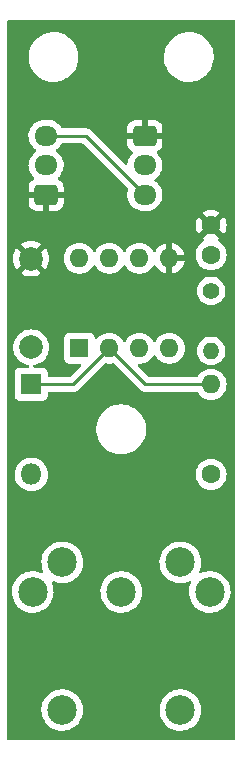
<source format=gbr>
%TF.GenerationSoftware,KiCad,Pcbnew,6.0.8-f2edbf62ab~116~ubuntu20.04.1*%
%TF.CreationDate,2022-11-14T20:45:06+01:00*%
%TF.ProjectId,MIDI_IN,4d494449-5f49-44e2-9e6b-696361645f70,rev?*%
%TF.SameCoordinates,Original*%
%TF.FileFunction,Copper,L2,Bot*%
%TF.FilePolarity,Positive*%
%FSLAX46Y46*%
G04 Gerber Fmt 4.6, Leading zero omitted, Abs format (unit mm)*
G04 Created by KiCad (PCBNEW 6.0.8-f2edbf62ab~116~ubuntu20.04.1) date 2022-11-14 20:45:06*
%MOMM*%
%LPD*%
G01*
G04 APERTURE LIST*
G04 Aperture macros list*
%AMRoundRect*
0 Rectangle with rounded corners*
0 $1 Rounding radius*
0 $2 $3 $4 $5 $6 $7 $8 $9 X,Y pos of 4 corners*
0 Add a 4 corners polygon primitive as box body*
4,1,4,$2,$3,$4,$5,$6,$7,$8,$9,$2,$3,0*
0 Add four circle primitives for the rounded corners*
1,1,$1+$1,$2,$3*
1,1,$1+$1,$4,$5*
1,1,$1+$1,$6,$7*
1,1,$1+$1,$8,$9*
0 Add four rect primitives between the rounded corners*
20,1,$1+$1,$2,$3,$4,$5,0*
20,1,$1+$1,$4,$5,$6,$7,0*
20,1,$1+$1,$6,$7,$8,$9,0*
20,1,$1+$1,$8,$9,$2,$3,0*%
G04 Aperture macros list end*
%TA.AperFunction,ComponentPad*%
%ADD10C,1.400000*%
%TD*%
%TA.AperFunction,ComponentPad*%
%ADD11O,1.400000X1.400000*%
%TD*%
%TA.AperFunction,ComponentPad*%
%ADD12R,1.600000X1.600000*%
%TD*%
%TA.AperFunction,ComponentPad*%
%ADD13O,1.600000X1.600000*%
%TD*%
%TA.AperFunction,ComponentPad*%
%ADD14RoundRect,0.250000X-0.725000X0.600000X-0.725000X-0.600000X0.725000X-0.600000X0.725000X0.600000X0*%
%TD*%
%TA.AperFunction,ComponentPad*%
%ADD15O,1.950000X1.700000*%
%TD*%
%TA.AperFunction,ComponentPad*%
%ADD16C,1.600000*%
%TD*%
%TA.AperFunction,WasherPad*%
%ADD17C,2.499360*%
%TD*%
%TA.AperFunction,ComponentPad*%
%ADD18C,2.499360*%
%TD*%
%TA.AperFunction,ComponentPad*%
%ADD19RoundRect,0.250000X0.725000X-0.600000X0.725000X0.600000X-0.725000X0.600000X-0.725000X-0.600000X0*%
%TD*%
%TA.AperFunction,ComponentPad*%
%ADD20C,2.000000*%
%TD*%
%TA.AperFunction,ComponentPad*%
%ADD21R,1.800000X1.800000*%
%TD*%
%TA.AperFunction,ComponentPad*%
%ADD22O,1.800000X1.800000*%
%TD*%
%TA.AperFunction,Conductor*%
%ADD23C,0.250000*%
%TD*%
G04 APERTURE END LIST*
D10*
%TO.P,R2,1*%
%TO.N,/THRU*%
X109203000Y-93432000D03*
D11*
%TO.P,R2,2*%
%TO.N,/VCC*%
X109203000Y-98512000D03*
%TD*%
D12*
%TO.P,U1,1,NC*%
%TO.N,unconnected-(U1-Pad1)*%
X98054000Y-98289000D03*
D13*
%TO.P,U1,2,A*%
%TO.N,Net-(D1-Pad1)*%
X100594000Y-98289000D03*
%TO.P,U1,3,C*%
%TO.N,Net-(D1-Pad2)*%
X103134000Y-98289000D03*
%TO.P,U1,4*%
%TO.N,N/C*%
X105674000Y-98289000D03*
%TO.P,U1,5,GND*%
%TO.N,GND*%
X105674000Y-90669000D03*
%TO.P,U1,6,VO*%
%TO.N,/THRU*%
X103134000Y-90669000D03*
%TO.P,U1,7,EN*%
%TO.N,unconnected-(U1-Pad7)*%
X100594000Y-90669000D03*
%TO.P,U1,8,VCC*%
%TO.N,/VCC*%
X98054000Y-90669000D03*
%TD*%
D14*
%TO.P,J3,1,Pin_1*%
%TO.N,GND*%
X103598200Y-80304000D03*
D15*
%TO.P,J3,2,Pin_2*%
%TO.N,/THRU*%
X103598200Y-82804000D03*
%TO.P,J3,3,Pin_3*%
%TO.N,/VCC*%
X103598200Y-85304000D03*
%TD*%
D16*
%TO.P,R1,1*%
%TO.N,Net-(J1-Pad4)*%
X109203000Y-108966000D03*
D13*
%TO.P,R1,2*%
%TO.N,Net-(D1-Pad1)*%
X109203000Y-101346000D03*
%TD*%
D17*
%TO.P,J1,*%
%TO.N,*%
X96598740Y-128917700D03*
X106601260Y-128917700D03*
D18*
%TO.P,J1,1*%
%TO.N,unconnected-(J1-Pad1)*%
X109098080Y-118922800D03*
%TO.P,J1,2*%
%TO.N,unconnected-(J1-Pad2)*%
X101600000Y-118920260D03*
%TO.P,J1,3*%
%TO.N,unconnected-(J1-Pad3)*%
X94101920Y-118922800D03*
%TO.P,J1,4*%
%TO.N,Net-(J1-Pad4)*%
X106596180Y-116420900D03*
%TO.P,J1,5*%
%TO.N,Net-(D1-Pad2)*%
X96603820Y-116420900D03*
%TD*%
D19*
%TO.P,J2,1,Pin_1*%
%TO.N,GND*%
X95233000Y-85304000D03*
D15*
%TO.P,J2,2,Pin_2*%
%TO.N,/THRU*%
X95233000Y-82804000D03*
%TO.P,J2,3,Pin_3*%
%TO.N,/VCC*%
X95233000Y-80304000D03*
%TD*%
D20*
%TO.P,C2,1*%
%TO.N,/VCC*%
X93963000Y-98198000D03*
%TO.P,C2,2*%
%TO.N,GND*%
X93963000Y-90698000D03*
%TD*%
D21*
%TO.P,D1,1,K*%
%TO.N,Net-(D1-Pad1)*%
X93980000Y-101346000D03*
D22*
%TO.P,D1,2,A*%
%TO.N,Net-(D1-Pad2)*%
X93980000Y-108966000D03*
%TD*%
D16*
%TO.P,C1,1*%
%TO.N,/THRU*%
X109203000Y-90384000D03*
%TO.P,C1,2*%
%TO.N,GND*%
X109203000Y-87884000D03*
%TD*%
D23*
%TO.N,/VCC*%
X98598200Y-80304000D02*
X103598200Y-85304000D01*
X95233000Y-80304000D02*
X98598200Y-80304000D01*
%TO.N,Net-(D1-Pad1)*%
X93980000Y-101346000D02*
X97537000Y-101346000D01*
X103651000Y-101346000D02*
X100594000Y-98289000D01*
X109203000Y-101346000D02*
X103651000Y-101346000D01*
X97537000Y-101346000D02*
X100594000Y-98289000D01*
%TD*%
%TA.AperFunction,Conductor*%
%TO.N,GND*%
G36*
X111193621Y-70505502D02*
G01*
X111240114Y-70559158D01*
X111251500Y-70611500D01*
X111251500Y-131369300D01*
X111231498Y-131437421D01*
X111177842Y-131483914D01*
X111125500Y-131495300D01*
X92074500Y-131495300D01*
X92006379Y-131475298D01*
X91959886Y-131421642D01*
X91948500Y-131369300D01*
X91948500Y-128871547D01*
X94836234Y-128871547D01*
X94836458Y-128876213D01*
X94836458Y-128876218D01*
X94842732Y-129006817D01*
X94848772Y-129132569D01*
X94899754Y-129388871D01*
X94988059Y-129634821D01*
X95111748Y-129865018D01*
X95114543Y-129868762D01*
X95114545Y-129868764D01*
X95265312Y-130070666D01*
X95265317Y-130070672D01*
X95268104Y-130074404D01*
X95271413Y-130077684D01*
X95271418Y-130077690D01*
X95450375Y-130255091D01*
X95453692Y-130258379D01*
X95457454Y-130261137D01*
X95457457Y-130261140D01*
X95660660Y-130410135D01*
X95664434Y-130412902D01*
X95668577Y-130415082D01*
X95668579Y-130415083D01*
X95891552Y-130532395D01*
X95891557Y-130532397D01*
X95895702Y-130534578D01*
X95900125Y-130536123D01*
X95900126Y-130536123D01*
X96137997Y-130619191D01*
X96138003Y-130619193D01*
X96142414Y-130620733D01*
X96147007Y-130621605D01*
X96394561Y-130668605D01*
X96394564Y-130668605D01*
X96399150Y-130669476D01*
X96529711Y-130674606D01*
X96655604Y-130679553D01*
X96655610Y-130679553D01*
X96660272Y-130679736D01*
X96752286Y-130669659D01*
X96915388Y-130651797D01*
X96915394Y-130651796D01*
X96920041Y-130651287D01*
X97172752Y-130584753D01*
X97412854Y-130481598D01*
X97416834Y-130479135D01*
X97416838Y-130479133D01*
X97631097Y-130346545D01*
X97631101Y-130346542D01*
X97635070Y-130344086D01*
X97834520Y-130175239D01*
X97926228Y-130070666D01*
X98003740Y-129982281D01*
X98003743Y-129982276D01*
X98006822Y-129978766D01*
X98148191Y-129758983D01*
X98255521Y-129520719D01*
X98326455Y-129269208D01*
X98359434Y-129009974D01*
X98361850Y-128917700D01*
X98358420Y-128871547D01*
X104838754Y-128871547D01*
X104838978Y-128876213D01*
X104838978Y-128876218D01*
X104845252Y-129006817D01*
X104851292Y-129132569D01*
X104902274Y-129388871D01*
X104990579Y-129634821D01*
X105114268Y-129865018D01*
X105117063Y-129868762D01*
X105117065Y-129868764D01*
X105267832Y-130070666D01*
X105267837Y-130070672D01*
X105270624Y-130074404D01*
X105273933Y-130077684D01*
X105273938Y-130077690D01*
X105452895Y-130255091D01*
X105456212Y-130258379D01*
X105459974Y-130261137D01*
X105459977Y-130261140D01*
X105663180Y-130410135D01*
X105666954Y-130412902D01*
X105671097Y-130415082D01*
X105671099Y-130415083D01*
X105894072Y-130532395D01*
X105894077Y-130532397D01*
X105898222Y-130534578D01*
X105902645Y-130536123D01*
X105902646Y-130536123D01*
X106140517Y-130619191D01*
X106140523Y-130619193D01*
X106144934Y-130620733D01*
X106149527Y-130621605D01*
X106397081Y-130668605D01*
X106397084Y-130668605D01*
X106401670Y-130669476D01*
X106532231Y-130674606D01*
X106658124Y-130679553D01*
X106658130Y-130679553D01*
X106662792Y-130679736D01*
X106754806Y-130669659D01*
X106917908Y-130651797D01*
X106917914Y-130651796D01*
X106922561Y-130651287D01*
X107175272Y-130584753D01*
X107415374Y-130481598D01*
X107419354Y-130479135D01*
X107419358Y-130479133D01*
X107633617Y-130346545D01*
X107633621Y-130346542D01*
X107637590Y-130344086D01*
X107837040Y-130175239D01*
X107928748Y-130070666D01*
X108006260Y-129982281D01*
X108006263Y-129982276D01*
X108009342Y-129978766D01*
X108150711Y-129758983D01*
X108258041Y-129520719D01*
X108328975Y-129269208D01*
X108361954Y-129009974D01*
X108364370Y-128917700D01*
X108345004Y-128657096D01*
X108335750Y-128616197D01*
X108288361Y-128406774D01*
X108287330Y-128402217D01*
X108285637Y-128397863D01*
X108194310Y-128163015D01*
X108194309Y-128163013D01*
X108192617Y-128158662D01*
X108062944Y-127931781D01*
X107901161Y-127726560D01*
X107710821Y-127547506D01*
X107496106Y-127398553D01*
X107454859Y-127378212D01*
X107265921Y-127285038D01*
X107265918Y-127285037D01*
X107261733Y-127282973D01*
X107215592Y-127268203D01*
X107162993Y-127251366D01*
X107012850Y-127203305D01*
X107008243Y-127202555D01*
X107008240Y-127202554D01*
X106759536Y-127162050D01*
X106759537Y-127162050D01*
X106754925Y-127161299D01*
X106628240Y-127159641D01*
X106498302Y-127157940D01*
X106498299Y-127157940D01*
X106493625Y-127157879D01*
X106234689Y-127193118D01*
X106230199Y-127194427D01*
X106230193Y-127194428D01*
X106123515Y-127225522D01*
X105983806Y-127266244D01*
X105979559Y-127268202D01*
X105979556Y-127268203D01*
X105943038Y-127285038D01*
X105746487Y-127375649D01*
X105711553Y-127398553D01*
X105531860Y-127516365D01*
X105531855Y-127516368D01*
X105527947Y-127518931D01*
X105332985Y-127692941D01*
X105165885Y-127893857D01*
X105030317Y-128117265D01*
X105028508Y-128121579D01*
X105028506Y-128121583D01*
X105012958Y-128158662D01*
X104929261Y-128358257D01*
X104864936Y-128611539D01*
X104838754Y-128871547D01*
X98358420Y-128871547D01*
X98342484Y-128657096D01*
X98333230Y-128616197D01*
X98285841Y-128406774D01*
X98284810Y-128402217D01*
X98283117Y-128397863D01*
X98191790Y-128163015D01*
X98191789Y-128163013D01*
X98190097Y-128158662D01*
X98060424Y-127931781D01*
X97898641Y-127726560D01*
X97708301Y-127547506D01*
X97493586Y-127398553D01*
X97452339Y-127378212D01*
X97263401Y-127285038D01*
X97263398Y-127285037D01*
X97259213Y-127282973D01*
X97213072Y-127268203D01*
X97160473Y-127251366D01*
X97010330Y-127203305D01*
X97005723Y-127202555D01*
X97005720Y-127202554D01*
X96757016Y-127162050D01*
X96757017Y-127162050D01*
X96752405Y-127161299D01*
X96625720Y-127159641D01*
X96495782Y-127157940D01*
X96495779Y-127157940D01*
X96491105Y-127157879D01*
X96232169Y-127193118D01*
X96227679Y-127194427D01*
X96227673Y-127194428D01*
X96120995Y-127225522D01*
X95981286Y-127266244D01*
X95977039Y-127268202D01*
X95977036Y-127268203D01*
X95940518Y-127285038D01*
X95743967Y-127375649D01*
X95709033Y-127398553D01*
X95529340Y-127516365D01*
X95529335Y-127516368D01*
X95525427Y-127518931D01*
X95330465Y-127692941D01*
X95163365Y-127893857D01*
X95027797Y-128117265D01*
X95025988Y-128121579D01*
X95025986Y-128121583D01*
X95010438Y-128158662D01*
X94926741Y-128358257D01*
X94862416Y-128611539D01*
X94836234Y-128871547D01*
X91948500Y-128871547D01*
X91948500Y-118876647D01*
X92339414Y-118876647D01*
X92339638Y-118881313D01*
X92339638Y-118881318D01*
X92345790Y-119009377D01*
X92351952Y-119137669D01*
X92402934Y-119393971D01*
X92491239Y-119639921D01*
X92614928Y-119870118D01*
X92617723Y-119873862D01*
X92617725Y-119873864D01*
X92768492Y-120075766D01*
X92768497Y-120075772D01*
X92771284Y-120079504D01*
X92774593Y-120082784D01*
X92774598Y-120082790D01*
X92950993Y-120257651D01*
X92956872Y-120263479D01*
X92960634Y-120266237D01*
X92960637Y-120266240D01*
X93160376Y-120412695D01*
X93167614Y-120418002D01*
X93171757Y-120420182D01*
X93171759Y-120420183D01*
X93394732Y-120537495D01*
X93394737Y-120537497D01*
X93398882Y-120539678D01*
X93403305Y-120541223D01*
X93403306Y-120541223D01*
X93641177Y-120624291D01*
X93641183Y-120624293D01*
X93645594Y-120625833D01*
X93650187Y-120626705D01*
X93897741Y-120673705D01*
X93897744Y-120673705D01*
X93902330Y-120674576D01*
X94032891Y-120679706D01*
X94158784Y-120684653D01*
X94158790Y-120684653D01*
X94163452Y-120684836D01*
X94255466Y-120674759D01*
X94418568Y-120656897D01*
X94418574Y-120656896D01*
X94423221Y-120656387D01*
X94430932Y-120654357D01*
X94539272Y-120625833D01*
X94675932Y-120589853D01*
X94916034Y-120486698D01*
X94920014Y-120484235D01*
X94920018Y-120484233D01*
X95134277Y-120351645D01*
X95134281Y-120351642D01*
X95138250Y-120349186D01*
X95239491Y-120263479D01*
X95334134Y-120183358D01*
X95334135Y-120183357D01*
X95337700Y-120180339D01*
X95426130Y-120079504D01*
X95506920Y-119987381D01*
X95506923Y-119987376D01*
X95510002Y-119983866D01*
X95651371Y-119764083D01*
X95758701Y-119525819D01*
X95797177Y-119389394D01*
X95828365Y-119278812D01*
X95828366Y-119278809D01*
X95829635Y-119274308D01*
X95862614Y-119015074D01*
X95865030Y-118922800D01*
X95861412Y-118874107D01*
X99837494Y-118874107D01*
X99837718Y-118878773D01*
X99837718Y-118878778D01*
X99843992Y-119009377D01*
X99850032Y-119135129D01*
X99901014Y-119391431D01*
X99989319Y-119637381D01*
X100113008Y-119867578D01*
X100115803Y-119871322D01*
X100115805Y-119871324D01*
X100266572Y-120073226D01*
X100266577Y-120073232D01*
X100269364Y-120076964D01*
X100272673Y-120080244D01*
X100272678Y-120080250D01*
X100451635Y-120257651D01*
X100454952Y-120260939D01*
X100458714Y-120263697D01*
X100458717Y-120263700D01*
X100575305Y-120349186D01*
X100665694Y-120415462D01*
X100669837Y-120417642D01*
X100669839Y-120417643D01*
X100892812Y-120534955D01*
X100892817Y-120534957D01*
X100896962Y-120537138D01*
X100901385Y-120538683D01*
X100901386Y-120538683D01*
X101139257Y-120621751D01*
X101139263Y-120621753D01*
X101143674Y-120623293D01*
X101148267Y-120624165D01*
X101395821Y-120671165D01*
X101395824Y-120671165D01*
X101400410Y-120672036D01*
X101530971Y-120677166D01*
X101656864Y-120682113D01*
X101656870Y-120682113D01*
X101661532Y-120682296D01*
X101753546Y-120672219D01*
X101916648Y-120654357D01*
X101916654Y-120654356D01*
X101921301Y-120653847D01*
X102174012Y-120587313D01*
X102414114Y-120484158D01*
X102418094Y-120481695D01*
X102418098Y-120481693D01*
X102632357Y-120349105D01*
X102632361Y-120349102D01*
X102636330Y-120346646D01*
X102741455Y-120257651D01*
X102832214Y-120180818D01*
X102832215Y-120180817D01*
X102835780Y-120177799D01*
X102921328Y-120080250D01*
X103005000Y-119984841D01*
X103005003Y-119984836D01*
X103008082Y-119981326D01*
X103149451Y-119761543D01*
X103256781Y-119523279D01*
X103258051Y-119518776D01*
X103326445Y-119276272D01*
X103326446Y-119276269D01*
X103327715Y-119271768D01*
X103331319Y-119243437D01*
X103360296Y-119015665D01*
X103360296Y-119015659D01*
X103360694Y-119012534D01*
X103363110Y-118920260D01*
X103359334Y-118869453D01*
X103344090Y-118664308D01*
X103344089Y-118664304D01*
X103343744Y-118659656D01*
X103335065Y-118621297D01*
X103287101Y-118409334D01*
X103286070Y-118404777D01*
X103271725Y-118367889D01*
X103193050Y-118165575D01*
X103193049Y-118165573D01*
X103191357Y-118161222D01*
X103169149Y-118122365D01*
X103091579Y-117986646D01*
X103061684Y-117934341D01*
X102899901Y-117729120D01*
X102709561Y-117550066D01*
X102494846Y-117401113D01*
X102490655Y-117399046D01*
X102264661Y-117287598D01*
X102264658Y-117287597D01*
X102260473Y-117285533D01*
X102222267Y-117273303D01*
X102161733Y-117253926D01*
X102011590Y-117205865D01*
X102006983Y-117205115D01*
X102006980Y-117205114D01*
X101769261Y-117166399D01*
X101753665Y-117163859D01*
X101626980Y-117162201D01*
X101497042Y-117160500D01*
X101497039Y-117160500D01*
X101492365Y-117160439D01*
X101233429Y-117195678D01*
X101228939Y-117196987D01*
X101228933Y-117196988D01*
X101150962Y-117219715D01*
X100982546Y-117268804D01*
X100978299Y-117270762D01*
X100978296Y-117270763D01*
X100896093Y-117308659D01*
X100745227Y-117378209D01*
X100710293Y-117401113D01*
X100530600Y-117518925D01*
X100530595Y-117518928D01*
X100526687Y-117521491D01*
X100331725Y-117695501D01*
X100164625Y-117896417D01*
X100162202Y-117900410D01*
X100048398Y-118087953D01*
X100029057Y-118119825D01*
X100027248Y-118124139D01*
X100027246Y-118124143D01*
X100009872Y-118165575D01*
X99928001Y-118360817D01*
X99863676Y-118614099D01*
X99837494Y-118874107D01*
X95861412Y-118874107D01*
X95845664Y-118662196D01*
X95836410Y-118621297D01*
X95789021Y-118411874D01*
X95787990Y-118407317D01*
X95700448Y-118182202D01*
X95694401Y-118111465D01*
X95727557Y-118048686D01*
X95789391Y-118013799D01*
X95860270Y-118017880D01*
X95876538Y-118025023D01*
X95900782Y-118037778D01*
X95905205Y-118039323D01*
X95905206Y-118039323D01*
X96143077Y-118122391D01*
X96143083Y-118122393D01*
X96147494Y-118123933D01*
X96152087Y-118124805D01*
X96399641Y-118171805D01*
X96399644Y-118171805D01*
X96404230Y-118172676D01*
X96534791Y-118177806D01*
X96660684Y-118182753D01*
X96660690Y-118182753D01*
X96665352Y-118182936D01*
X96757366Y-118172859D01*
X96920468Y-118154997D01*
X96920474Y-118154996D01*
X96925121Y-118154487D01*
X97177832Y-118087953D01*
X97417934Y-117984798D01*
X97421914Y-117982335D01*
X97421918Y-117982333D01*
X97636177Y-117849745D01*
X97636181Y-117849742D01*
X97640150Y-117847286D01*
X97772400Y-117735328D01*
X97836034Y-117681458D01*
X97836035Y-117681457D01*
X97839600Y-117678439D01*
X97949375Y-117553265D01*
X98008820Y-117485481D01*
X98008823Y-117485476D01*
X98011902Y-117481966D01*
X98153271Y-117262183D01*
X98260601Y-117023919D01*
X98331535Y-116772408D01*
X98364514Y-116513174D01*
X98366930Y-116420900D01*
X98363500Y-116374747D01*
X104833674Y-116374747D01*
X104833898Y-116379413D01*
X104833898Y-116379418D01*
X104840172Y-116510017D01*
X104846212Y-116635769D01*
X104897194Y-116892071D01*
X104985499Y-117138021D01*
X104987716Y-117142147D01*
X105066125Y-117288073D01*
X105109188Y-117368218D01*
X105111983Y-117371962D01*
X105111985Y-117371964D01*
X105262752Y-117573866D01*
X105262757Y-117573872D01*
X105265544Y-117577604D01*
X105268853Y-117580884D01*
X105268858Y-117580890D01*
X105424651Y-117735328D01*
X105451132Y-117761579D01*
X105454894Y-117764337D01*
X105454897Y-117764340D01*
X105635027Y-117896417D01*
X105661874Y-117916102D01*
X105666017Y-117918282D01*
X105666019Y-117918283D01*
X105888992Y-118035595D01*
X105888997Y-118035597D01*
X105893142Y-118037778D01*
X105897565Y-118039323D01*
X105897566Y-118039323D01*
X106135437Y-118122391D01*
X106135443Y-118122393D01*
X106139854Y-118123933D01*
X106144447Y-118124805D01*
X106392001Y-118171805D01*
X106392004Y-118171805D01*
X106396590Y-118172676D01*
X106527151Y-118177806D01*
X106653044Y-118182753D01*
X106653050Y-118182753D01*
X106657712Y-118182936D01*
X106749726Y-118172859D01*
X106912828Y-118154997D01*
X106912834Y-118154996D01*
X106917481Y-118154487D01*
X107170192Y-118087953D01*
X107261589Y-118048686D01*
X107336643Y-118016441D01*
X107407127Y-118007929D01*
X107471025Y-118038875D01*
X107508048Y-118099454D01*
X107506442Y-118170432D01*
X107502577Y-118180934D01*
X107428955Y-118356503D01*
X107426081Y-118363357D01*
X107361756Y-118616639D01*
X107335574Y-118876647D01*
X107335798Y-118881313D01*
X107335798Y-118881318D01*
X107341950Y-119009377D01*
X107348112Y-119137669D01*
X107399094Y-119393971D01*
X107487399Y-119639921D01*
X107611088Y-119870118D01*
X107613883Y-119873862D01*
X107613885Y-119873864D01*
X107764652Y-120075766D01*
X107764657Y-120075772D01*
X107767444Y-120079504D01*
X107770753Y-120082784D01*
X107770758Y-120082790D01*
X107947153Y-120257651D01*
X107953032Y-120263479D01*
X107956794Y-120266237D01*
X107956797Y-120266240D01*
X108156536Y-120412695D01*
X108163774Y-120418002D01*
X108167917Y-120420182D01*
X108167919Y-120420183D01*
X108390892Y-120537495D01*
X108390897Y-120537497D01*
X108395042Y-120539678D01*
X108399465Y-120541223D01*
X108399466Y-120541223D01*
X108637337Y-120624291D01*
X108637343Y-120624293D01*
X108641754Y-120625833D01*
X108646347Y-120626705D01*
X108893901Y-120673705D01*
X108893904Y-120673705D01*
X108898490Y-120674576D01*
X109029051Y-120679706D01*
X109154944Y-120684653D01*
X109154950Y-120684653D01*
X109159612Y-120684836D01*
X109251626Y-120674759D01*
X109414728Y-120656897D01*
X109414734Y-120656896D01*
X109419381Y-120656387D01*
X109427092Y-120654357D01*
X109535432Y-120625833D01*
X109672092Y-120589853D01*
X109912194Y-120486698D01*
X109916174Y-120484235D01*
X109916178Y-120484233D01*
X110130437Y-120351645D01*
X110130441Y-120351642D01*
X110134410Y-120349186D01*
X110235651Y-120263479D01*
X110330294Y-120183358D01*
X110330295Y-120183357D01*
X110333860Y-120180339D01*
X110422290Y-120079504D01*
X110503080Y-119987381D01*
X110503083Y-119987376D01*
X110506162Y-119983866D01*
X110647531Y-119764083D01*
X110754861Y-119525819D01*
X110793337Y-119389394D01*
X110824525Y-119278812D01*
X110824526Y-119278809D01*
X110825795Y-119274308D01*
X110858774Y-119015074D01*
X110861190Y-118922800D01*
X110841824Y-118662196D01*
X110832570Y-118621297D01*
X110785181Y-118411874D01*
X110784150Y-118407317D01*
X110781469Y-118400423D01*
X110691130Y-118168115D01*
X110691129Y-118168113D01*
X110689437Y-118163762D01*
X110684428Y-118154997D01*
X110616184Y-118035595D01*
X110559764Y-117936881D01*
X110397981Y-117731660D01*
X110207641Y-117552606D01*
X109992926Y-117403653D01*
X109988735Y-117401586D01*
X109762741Y-117290138D01*
X109762738Y-117290137D01*
X109758553Y-117288073D01*
X109752287Y-117286067D01*
X109659813Y-117256466D01*
X109509670Y-117208405D01*
X109505063Y-117207655D01*
X109505060Y-117207654D01*
X109256356Y-117167150D01*
X109256357Y-117167150D01*
X109251745Y-117166399D01*
X109125060Y-117164741D01*
X108995122Y-117163040D01*
X108995119Y-117163040D01*
X108990445Y-117162979D01*
X108731509Y-117198218D01*
X108727019Y-117199527D01*
X108727013Y-117199528D01*
X108657756Y-117219715D01*
X108480626Y-117271344D01*
X108476379Y-117273302D01*
X108476376Y-117273303D01*
X108358668Y-117327567D01*
X108288430Y-117337922D01*
X108223745Y-117308659D01*
X108185148Y-117249070D01*
X108184895Y-117178074D01*
X108191035Y-117161391D01*
X108251038Y-117028188D01*
X108251040Y-117028183D01*
X108252961Y-117023919D01*
X108323895Y-116772408D01*
X108356874Y-116513174D01*
X108359290Y-116420900D01*
X108339924Y-116160296D01*
X108330670Y-116119397D01*
X108283281Y-115909974D01*
X108282250Y-115905417D01*
X108280557Y-115901063D01*
X108189230Y-115666215D01*
X108189229Y-115666213D01*
X108187537Y-115661862D01*
X108057864Y-115434981D01*
X107896081Y-115229760D01*
X107705741Y-115050706D01*
X107491026Y-114901753D01*
X107449779Y-114881412D01*
X107260841Y-114788238D01*
X107260838Y-114788237D01*
X107256653Y-114786173D01*
X107210512Y-114771403D01*
X107157913Y-114754566D01*
X107007770Y-114706505D01*
X107003163Y-114705755D01*
X107003160Y-114705754D01*
X106754456Y-114665250D01*
X106754457Y-114665250D01*
X106749845Y-114664499D01*
X106623160Y-114662841D01*
X106493222Y-114661140D01*
X106493219Y-114661140D01*
X106488545Y-114661079D01*
X106229609Y-114696318D01*
X106225119Y-114697627D01*
X106225113Y-114697628D01*
X106118435Y-114728722D01*
X105978726Y-114769444D01*
X105974479Y-114771402D01*
X105974476Y-114771403D01*
X105937958Y-114788238D01*
X105741407Y-114878849D01*
X105706473Y-114901753D01*
X105526780Y-115019565D01*
X105526775Y-115019568D01*
X105522867Y-115022131D01*
X105327905Y-115196141D01*
X105160805Y-115397057D01*
X105025237Y-115620465D01*
X105023428Y-115624779D01*
X105023426Y-115624783D01*
X105007878Y-115661862D01*
X104924181Y-115861457D01*
X104859856Y-116114739D01*
X104833674Y-116374747D01*
X98363500Y-116374747D01*
X98347564Y-116160296D01*
X98338310Y-116119397D01*
X98290921Y-115909974D01*
X98289890Y-115905417D01*
X98288197Y-115901063D01*
X98196870Y-115666215D01*
X98196869Y-115666213D01*
X98195177Y-115661862D01*
X98065504Y-115434981D01*
X97903721Y-115229760D01*
X97713381Y-115050706D01*
X97498666Y-114901753D01*
X97457419Y-114881412D01*
X97268481Y-114788238D01*
X97268478Y-114788237D01*
X97264293Y-114786173D01*
X97218152Y-114771403D01*
X97165553Y-114754566D01*
X97015410Y-114706505D01*
X97010803Y-114705755D01*
X97010800Y-114705754D01*
X96762096Y-114665250D01*
X96762097Y-114665250D01*
X96757485Y-114664499D01*
X96630800Y-114662841D01*
X96500862Y-114661140D01*
X96500859Y-114661140D01*
X96496185Y-114661079D01*
X96237249Y-114696318D01*
X96232759Y-114697627D01*
X96232753Y-114697628D01*
X96126075Y-114728722D01*
X95986366Y-114769444D01*
X95982119Y-114771402D01*
X95982116Y-114771403D01*
X95945598Y-114788238D01*
X95749047Y-114878849D01*
X95714113Y-114901753D01*
X95534420Y-115019565D01*
X95534415Y-115019568D01*
X95530507Y-115022131D01*
X95335545Y-115196141D01*
X95168445Y-115397057D01*
X95032877Y-115620465D01*
X95031068Y-115624779D01*
X95031066Y-115624783D01*
X95015518Y-115661862D01*
X94931821Y-115861457D01*
X94867496Y-116114739D01*
X94841314Y-116374747D01*
X94841538Y-116379413D01*
X94841538Y-116379418D01*
X94847812Y-116510017D01*
X94853852Y-116635769D01*
X94904834Y-116892071D01*
X94993139Y-117138021D01*
X94995356Y-117142147D01*
X94999705Y-117150241D01*
X95014328Y-117219715D01*
X94989070Y-117286067D01*
X94931948Y-117328229D01*
X94861100Y-117332816D01*
X94832985Y-117322885D01*
X94766581Y-117290138D01*
X94766578Y-117290137D01*
X94762393Y-117288073D01*
X94756127Y-117286067D01*
X94663653Y-117256466D01*
X94513510Y-117208405D01*
X94508903Y-117207655D01*
X94508900Y-117207654D01*
X94260196Y-117167150D01*
X94260197Y-117167150D01*
X94255585Y-117166399D01*
X94128900Y-117164741D01*
X93998962Y-117163040D01*
X93998959Y-117163040D01*
X93994285Y-117162979D01*
X93735349Y-117198218D01*
X93730859Y-117199527D01*
X93730853Y-117199528D01*
X93661596Y-117219715D01*
X93484466Y-117271344D01*
X93480219Y-117273302D01*
X93480216Y-117273303D01*
X93443698Y-117290138D01*
X93247147Y-117380749D01*
X93212213Y-117403653D01*
X93032520Y-117521465D01*
X93032515Y-117521468D01*
X93028607Y-117524031D01*
X92964902Y-117580890D01*
X92852225Y-117681458D01*
X92833645Y-117698041D01*
X92804746Y-117732788D01*
X92671647Y-117892823D01*
X92666545Y-117898957D01*
X92530977Y-118122365D01*
X92529168Y-118126679D01*
X92529166Y-118126683D01*
X92432795Y-118356503D01*
X92429921Y-118363357D01*
X92365596Y-118616639D01*
X92339414Y-118876647D01*
X91948500Y-118876647D01*
X91948500Y-108931469D01*
X92567095Y-108931469D01*
X92567392Y-108936622D01*
X92567392Y-108936625D01*
X92573067Y-109035041D01*
X92580427Y-109162697D01*
X92581564Y-109167743D01*
X92581565Y-109167749D01*
X92613741Y-109310523D01*
X92631346Y-109388642D01*
X92633288Y-109393424D01*
X92633289Y-109393428D01*
X92716540Y-109598450D01*
X92718484Y-109603237D01*
X92839501Y-109800719D01*
X92991147Y-109975784D01*
X93169349Y-110123730D01*
X93369322Y-110240584D01*
X93585694Y-110323209D01*
X93590760Y-110324240D01*
X93590761Y-110324240D01*
X93643846Y-110335040D01*
X93812656Y-110369385D01*
X93943324Y-110374176D01*
X94038949Y-110377683D01*
X94038953Y-110377683D01*
X94044113Y-110377872D01*
X94049233Y-110377216D01*
X94049235Y-110377216D01*
X94122270Y-110367860D01*
X94273847Y-110348442D01*
X94278795Y-110346957D01*
X94278802Y-110346956D01*
X94490747Y-110283369D01*
X94495690Y-110281886D01*
X94500565Y-110279498D01*
X94699049Y-110182262D01*
X94699052Y-110182260D01*
X94703684Y-110179991D01*
X94892243Y-110045494D01*
X95056303Y-109882005D01*
X95191458Y-109693917D01*
X95238641Y-109598450D01*
X95291784Y-109490922D01*
X95291785Y-109490920D01*
X95294078Y-109486280D01*
X95361408Y-109264671D01*
X95391640Y-109035041D01*
X95393327Y-108966000D01*
X107889502Y-108966000D01*
X107909457Y-109194087D01*
X107910881Y-109199400D01*
X107910881Y-109199402D01*
X107962871Y-109393428D01*
X107968716Y-109415243D01*
X107971039Y-109420224D01*
X107971039Y-109420225D01*
X108063151Y-109617762D01*
X108063154Y-109617767D01*
X108065477Y-109622749D01*
X108068634Y-109627257D01*
X108187012Y-109796318D01*
X108196802Y-109810300D01*
X108358700Y-109972198D01*
X108363208Y-109975355D01*
X108363211Y-109975357D01*
X108363821Y-109975784D01*
X108546251Y-110103523D01*
X108551233Y-110105846D01*
X108551238Y-110105849D01*
X108710238Y-110179991D01*
X108753757Y-110200284D01*
X108759065Y-110201706D01*
X108759067Y-110201707D01*
X108969598Y-110258119D01*
X108969600Y-110258119D01*
X108974913Y-110259543D01*
X109203000Y-110279498D01*
X109431087Y-110259543D01*
X109436400Y-110258119D01*
X109436402Y-110258119D01*
X109646933Y-110201707D01*
X109646935Y-110201706D01*
X109652243Y-110200284D01*
X109695762Y-110179991D01*
X109854762Y-110105849D01*
X109854767Y-110105846D01*
X109859749Y-110103523D01*
X110042179Y-109975784D01*
X110042789Y-109975357D01*
X110042792Y-109975355D01*
X110047300Y-109972198D01*
X110209198Y-109810300D01*
X110218989Y-109796318D01*
X110337366Y-109627257D01*
X110340523Y-109622749D01*
X110342846Y-109617767D01*
X110342849Y-109617762D01*
X110434961Y-109420225D01*
X110434961Y-109420224D01*
X110437284Y-109415243D01*
X110443130Y-109393428D01*
X110495119Y-109199402D01*
X110495119Y-109199400D01*
X110496543Y-109194087D01*
X110516498Y-108966000D01*
X110496543Y-108737913D01*
X110488073Y-108706301D01*
X110438707Y-108522067D01*
X110438706Y-108522065D01*
X110437284Y-108516757D01*
X110417020Y-108473301D01*
X110342849Y-108314238D01*
X110342846Y-108314233D01*
X110340523Y-108309251D01*
X110209198Y-108121700D01*
X110047300Y-107959802D01*
X110042792Y-107956645D01*
X110042789Y-107956643D01*
X109964611Y-107901902D01*
X109859749Y-107828477D01*
X109854767Y-107826154D01*
X109854762Y-107826151D01*
X109657225Y-107734039D01*
X109657224Y-107734039D01*
X109652243Y-107731716D01*
X109646935Y-107730294D01*
X109646933Y-107730293D01*
X109436402Y-107673881D01*
X109436400Y-107673881D01*
X109431087Y-107672457D01*
X109203000Y-107652502D01*
X108974913Y-107672457D01*
X108969600Y-107673881D01*
X108969598Y-107673881D01*
X108759067Y-107730293D01*
X108759065Y-107730294D01*
X108753757Y-107731716D01*
X108748776Y-107734039D01*
X108748775Y-107734039D01*
X108551238Y-107826151D01*
X108551233Y-107826154D01*
X108546251Y-107828477D01*
X108441389Y-107901902D01*
X108363211Y-107956643D01*
X108363208Y-107956645D01*
X108358700Y-107959802D01*
X108196802Y-108121700D01*
X108065477Y-108309251D01*
X108063154Y-108314233D01*
X108063151Y-108314238D01*
X107988980Y-108473301D01*
X107968716Y-108516757D01*
X107967294Y-108522065D01*
X107967293Y-108522067D01*
X107917927Y-108706301D01*
X107909457Y-108737913D01*
X107889502Y-108966000D01*
X95393327Y-108966000D01*
X95387032Y-108889434D01*
X95374773Y-108740318D01*
X95374772Y-108740312D01*
X95374349Y-108735167D01*
X95320822Y-108522067D01*
X95319184Y-108515544D01*
X95319183Y-108515540D01*
X95317925Y-108510533D01*
X95315866Y-108505797D01*
X95227630Y-108302868D01*
X95227628Y-108302865D01*
X95225570Y-108298131D01*
X95099764Y-108103665D01*
X94943887Y-107932358D01*
X94939836Y-107929159D01*
X94939832Y-107929155D01*
X94766177Y-107792011D01*
X94766172Y-107792008D01*
X94762123Y-107788810D01*
X94757607Y-107786317D01*
X94757604Y-107786315D01*
X94563879Y-107679373D01*
X94563875Y-107679371D01*
X94559355Y-107676876D01*
X94554486Y-107675152D01*
X94554482Y-107675150D01*
X94345903Y-107601288D01*
X94345899Y-107601287D01*
X94341028Y-107599562D01*
X94335935Y-107598655D01*
X94335932Y-107598654D01*
X94118095Y-107559851D01*
X94118089Y-107559850D01*
X94113006Y-107558945D01*
X94040096Y-107558054D01*
X93886581Y-107556179D01*
X93886579Y-107556179D01*
X93881411Y-107556116D01*
X93652464Y-107591150D01*
X93432314Y-107663106D01*
X93427726Y-107665494D01*
X93427722Y-107665496D01*
X93231461Y-107767663D01*
X93226872Y-107770052D01*
X93222739Y-107773155D01*
X93222736Y-107773157D01*
X93045790Y-107906012D01*
X93041655Y-107909117D01*
X92881639Y-108076564D01*
X92878725Y-108080836D01*
X92878724Y-108080837D01*
X92863152Y-108103665D01*
X92751119Y-108267899D01*
X92653602Y-108477981D01*
X92591707Y-108701169D01*
X92567095Y-108931469D01*
X91948500Y-108931469D01*
X91948500Y-105288703D01*
X99477769Y-105288703D01*
X99515294Y-105573734D01*
X99591155Y-105851036D01*
X99703949Y-106115476D01*
X99851587Y-106362161D01*
X100031339Y-106586528D01*
X100239877Y-106784423D01*
X100473343Y-106952186D01*
X100477138Y-106954195D01*
X100477139Y-106954196D01*
X100498895Y-106965715D01*
X100727418Y-107086712D01*
X100997399Y-107185511D01*
X101278290Y-107246755D01*
X101306867Y-107249004D01*
X101501308Y-107264307D01*
X101501317Y-107264307D01*
X101503765Y-107264500D01*
X101659297Y-107264500D01*
X101661433Y-107264354D01*
X101661444Y-107264354D01*
X101869574Y-107250165D01*
X101869580Y-107250164D01*
X101873851Y-107249873D01*
X101878046Y-107249004D01*
X101878048Y-107249004D01*
X102014610Y-107220723D01*
X102155368Y-107191574D01*
X102426369Y-107095607D01*
X102681838Y-106963750D01*
X102685339Y-106961289D01*
X102685343Y-106961287D01*
X102799444Y-106881095D01*
X102917049Y-106798441D01*
X103127648Y-106602740D01*
X103309739Y-106380268D01*
X103459953Y-106135142D01*
X103575509Y-105871898D01*
X103654270Y-105595406D01*
X103694777Y-105310784D01*
X103694871Y-105292951D01*
X103696261Y-105027583D01*
X103696261Y-105027576D01*
X103696283Y-105023297D01*
X103658758Y-104738266D01*
X103582897Y-104460964D01*
X103470103Y-104196524D01*
X103322465Y-103949839D01*
X103142713Y-103725472D01*
X102934175Y-103527577D01*
X102700709Y-103359814D01*
X102678869Y-103348250D01*
X102655680Y-103335972D01*
X102446634Y-103225288D01*
X102176653Y-103126489D01*
X101895762Y-103065245D01*
X101864711Y-103062801D01*
X101672744Y-103047693D01*
X101672735Y-103047693D01*
X101670287Y-103047500D01*
X101514755Y-103047500D01*
X101512619Y-103047646D01*
X101512608Y-103047646D01*
X101304478Y-103061835D01*
X101304472Y-103061836D01*
X101300201Y-103062127D01*
X101296006Y-103062996D01*
X101296004Y-103062996D01*
X101159442Y-103091277D01*
X101018684Y-103120426D01*
X100747683Y-103216393D01*
X100492214Y-103348250D01*
X100488713Y-103350711D01*
X100488709Y-103350713D01*
X100478620Y-103357804D01*
X100257003Y-103513559D01*
X100046404Y-103709260D01*
X99864313Y-103931732D01*
X99714099Y-104176858D01*
X99598543Y-104440102D01*
X99519782Y-104716594D01*
X99479275Y-105001216D01*
X99479253Y-105005505D01*
X99479252Y-105005512D01*
X99477791Y-105284417D01*
X99477769Y-105288703D01*
X91948500Y-105288703D01*
X91948500Y-98198000D01*
X92449835Y-98198000D01*
X92468465Y-98434711D01*
X92469619Y-98439518D01*
X92469620Y-98439524D01*
X92504640Y-98585391D01*
X92523895Y-98665594D01*
X92525788Y-98670165D01*
X92525789Y-98670167D01*
X92556051Y-98743225D01*
X92614760Y-98884963D01*
X92617346Y-98889183D01*
X92736241Y-99083202D01*
X92736245Y-99083208D01*
X92738824Y-99087416D01*
X92893031Y-99267969D01*
X93073584Y-99422176D01*
X93077792Y-99424755D01*
X93077798Y-99424759D01*
X93256437Y-99534229D01*
X93276037Y-99546240D01*
X93280607Y-99548133D01*
X93280611Y-99548135D01*
X93467693Y-99625626D01*
X93495406Y-99637105D01*
X93637247Y-99671158D01*
X93711485Y-99688981D01*
X93773054Y-99724333D01*
X93805737Y-99787360D01*
X93799156Y-99858051D01*
X93755402Y-99913962D01*
X93682071Y-99937500D01*
X93031866Y-99937500D01*
X92969684Y-99944255D01*
X92833295Y-99995385D01*
X92716739Y-100082739D01*
X92629385Y-100199295D01*
X92578255Y-100335684D01*
X92571500Y-100397866D01*
X92571500Y-102294134D01*
X92578255Y-102356316D01*
X92629385Y-102492705D01*
X92716739Y-102609261D01*
X92833295Y-102696615D01*
X92969684Y-102747745D01*
X93031866Y-102754500D01*
X94928134Y-102754500D01*
X94990316Y-102747745D01*
X95126705Y-102696615D01*
X95243261Y-102609261D01*
X95330615Y-102492705D01*
X95381745Y-102356316D01*
X95388500Y-102294134D01*
X95388500Y-102105500D01*
X95408502Y-102037379D01*
X95462158Y-101990886D01*
X95514500Y-101979500D01*
X97458233Y-101979500D01*
X97469416Y-101980027D01*
X97476909Y-101981702D01*
X97484835Y-101981453D01*
X97484836Y-101981453D01*
X97544986Y-101979562D01*
X97548945Y-101979500D01*
X97576856Y-101979500D01*
X97580791Y-101979003D01*
X97580856Y-101978995D01*
X97592693Y-101978062D01*
X97624951Y-101977048D01*
X97628970Y-101976922D01*
X97636889Y-101976673D01*
X97656343Y-101971021D01*
X97675700Y-101967013D01*
X97687930Y-101965468D01*
X97687931Y-101965468D01*
X97695797Y-101964474D01*
X97703168Y-101961555D01*
X97703170Y-101961555D01*
X97736912Y-101948196D01*
X97748142Y-101944351D01*
X97782983Y-101934229D01*
X97782984Y-101934229D01*
X97790593Y-101932018D01*
X97797412Y-101927985D01*
X97797417Y-101927983D01*
X97808028Y-101921707D01*
X97825776Y-101913012D01*
X97844617Y-101905552D01*
X97880387Y-101879564D01*
X97890307Y-101873048D01*
X97921535Y-101854580D01*
X97921538Y-101854578D01*
X97928362Y-101850542D01*
X97942683Y-101836221D01*
X97957717Y-101823380D01*
X97967694Y-101816131D01*
X97974107Y-101811472D01*
X98002298Y-101777395D01*
X98010288Y-101768616D01*
X100180752Y-99598152D01*
X100243064Y-99564126D01*
X100302459Y-99565541D01*
X100360591Y-99581118D01*
X100360602Y-99581120D01*
X100365913Y-99582543D01*
X100594000Y-99602498D01*
X100822087Y-99582543D01*
X100827398Y-99581120D01*
X100827409Y-99581118D01*
X100885541Y-99565541D01*
X100956517Y-99567230D01*
X101007248Y-99598152D01*
X102084690Y-100675595D01*
X103147348Y-101738253D01*
X103154888Y-101746539D01*
X103159000Y-101753018D01*
X103164777Y-101758443D01*
X103208651Y-101799643D01*
X103211493Y-101802398D01*
X103231230Y-101822135D01*
X103234427Y-101824615D01*
X103243447Y-101832318D01*
X103275679Y-101862586D01*
X103282625Y-101866405D01*
X103282628Y-101866407D01*
X103293434Y-101872348D01*
X103309953Y-101883199D01*
X103325959Y-101895614D01*
X103333228Y-101898759D01*
X103333232Y-101898762D01*
X103366537Y-101913174D01*
X103377187Y-101918391D01*
X103415940Y-101939695D01*
X103423615Y-101941666D01*
X103423616Y-101941666D01*
X103435562Y-101944733D01*
X103454267Y-101951137D01*
X103472855Y-101959181D01*
X103480678Y-101960420D01*
X103480688Y-101960423D01*
X103516524Y-101966099D01*
X103528144Y-101968505D01*
X103559959Y-101976673D01*
X103570970Y-101979500D01*
X103591224Y-101979500D01*
X103610934Y-101981051D01*
X103630943Y-101984220D01*
X103638835Y-101983474D01*
X103657580Y-101981702D01*
X103674962Y-101980059D01*
X103686819Y-101979500D01*
X107983606Y-101979500D01*
X108051727Y-101999502D01*
X108086819Y-102033229D01*
X108196802Y-102190300D01*
X108358700Y-102352198D01*
X108363208Y-102355355D01*
X108363211Y-102355357D01*
X108364581Y-102356316D01*
X108546251Y-102483523D01*
X108551233Y-102485846D01*
X108551238Y-102485849D01*
X108748775Y-102577961D01*
X108753757Y-102580284D01*
X108759065Y-102581706D01*
X108759067Y-102581707D01*
X108969598Y-102638119D01*
X108969600Y-102638119D01*
X108974913Y-102639543D01*
X109203000Y-102659498D01*
X109431087Y-102639543D01*
X109436400Y-102638119D01*
X109436402Y-102638119D01*
X109646933Y-102581707D01*
X109646935Y-102581706D01*
X109652243Y-102580284D01*
X109657225Y-102577961D01*
X109854762Y-102485849D01*
X109854767Y-102485846D01*
X109859749Y-102483523D01*
X110041419Y-102356316D01*
X110042789Y-102355357D01*
X110042792Y-102355355D01*
X110047300Y-102352198D01*
X110209198Y-102190300D01*
X110340523Y-102002749D01*
X110342846Y-101997767D01*
X110342849Y-101997762D01*
X110434961Y-101800225D01*
X110434961Y-101800224D01*
X110437284Y-101795243D01*
X110442067Y-101777395D01*
X110495119Y-101579402D01*
X110495119Y-101579400D01*
X110496543Y-101574087D01*
X110516498Y-101346000D01*
X110496543Y-101117913D01*
X110437284Y-100896757D01*
X110434961Y-100891775D01*
X110342849Y-100694238D01*
X110342846Y-100694233D01*
X110340523Y-100689251D01*
X110209198Y-100501700D01*
X110047300Y-100339802D01*
X110042792Y-100336645D01*
X110042789Y-100336643D01*
X109964611Y-100281902D01*
X109859749Y-100208477D01*
X109854767Y-100206154D01*
X109854762Y-100206151D01*
X109657225Y-100114039D01*
X109657224Y-100114039D01*
X109652243Y-100111716D01*
X109646935Y-100110294D01*
X109646933Y-100110293D01*
X109436402Y-100053881D01*
X109436400Y-100053881D01*
X109431087Y-100052457D01*
X109203000Y-100032502D01*
X108974913Y-100052457D01*
X108969600Y-100053881D01*
X108969598Y-100053881D01*
X108759067Y-100110293D01*
X108759065Y-100110294D01*
X108753757Y-100111716D01*
X108748776Y-100114039D01*
X108748775Y-100114039D01*
X108551238Y-100206151D01*
X108551233Y-100206154D01*
X108546251Y-100208477D01*
X108441389Y-100281902D01*
X108363211Y-100336643D01*
X108363208Y-100336645D01*
X108358700Y-100339802D01*
X108196802Y-100501700D01*
X108193645Y-100506208D01*
X108193643Y-100506211D01*
X108086819Y-100658771D01*
X108031362Y-100703099D01*
X107983606Y-100712500D01*
X103965594Y-100712500D01*
X103897473Y-100692498D01*
X103876503Y-100675599D01*
X103016492Y-99815587D01*
X102982468Y-99753277D01*
X102987533Y-99682461D01*
X103030080Y-99625626D01*
X103096600Y-99600815D01*
X103116572Y-99600974D01*
X103128515Y-99602019D01*
X103128525Y-99602019D01*
X103134000Y-99602498D01*
X103362087Y-99582543D01*
X103367400Y-99581119D01*
X103367402Y-99581119D01*
X103577933Y-99524707D01*
X103577935Y-99524706D01*
X103583243Y-99523284D01*
X103588225Y-99520961D01*
X103785762Y-99428849D01*
X103785767Y-99428846D01*
X103790749Y-99426523D01*
X103932458Y-99327297D01*
X103973789Y-99298357D01*
X103973792Y-99298355D01*
X103978300Y-99295198D01*
X104140198Y-99133300D01*
X104150521Y-99118558D01*
X104268366Y-98950257D01*
X104271523Y-98945749D01*
X104273846Y-98940767D01*
X104273849Y-98940762D01*
X104289805Y-98906543D01*
X104336722Y-98853258D01*
X104404999Y-98833797D01*
X104472959Y-98854339D01*
X104518195Y-98906543D01*
X104534151Y-98940762D01*
X104534154Y-98940767D01*
X104536477Y-98945749D01*
X104539634Y-98950257D01*
X104657480Y-99118558D01*
X104667802Y-99133300D01*
X104829700Y-99295198D01*
X104834208Y-99298355D01*
X104834211Y-99298357D01*
X104875542Y-99327297D01*
X105017251Y-99426523D01*
X105022233Y-99428846D01*
X105022238Y-99428849D01*
X105219775Y-99520961D01*
X105224757Y-99523284D01*
X105230065Y-99524706D01*
X105230067Y-99524707D01*
X105440598Y-99581119D01*
X105440600Y-99581119D01*
X105445913Y-99582543D01*
X105674000Y-99602498D01*
X105902087Y-99582543D01*
X105907400Y-99581119D01*
X105907402Y-99581119D01*
X106117933Y-99524707D01*
X106117935Y-99524706D01*
X106123243Y-99523284D01*
X106128225Y-99520961D01*
X106325762Y-99428849D01*
X106325767Y-99428846D01*
X106330749Y-99426523D01*
X106472458Y-99327297D01*
X106513789Y-99298357D01*
X106513792Y-99298355D01*
X106518300Y-99295198D01*
X106680198Y-99133300D01*
X106690521Y-99118558D01*
X106808366Y-98950257D01*
X106811523Y-98945749D01*
X106813846Y-98940767D01*
X106813849Y-98940762D01*
X106905961Y-98743225D01*
X106905961Y-98743224D01*
X106908284Y-98738243D01*
X106927751Y-98665594D01*
X106966119Y-98522402D01*
X106966119Y-98522400D01*
X106967543Y-98517087D01*
X106967988Y-98512000D01*
X107989884Y-98512000D01*
X108008314Y-98722655D01*
X108009738Y-98727968D01*
X108009738Y-98727970D01*
X108057587Y-98906543D01*
X108063044Y-98926910D01*
X108152411Y-99118558D01*
X108273699Y-99291776D01*
X108423224Y-99441301D01*
X108596442Y-99562589D01*
X108601420Y-99564910D01*
X108601423Y-99564912D01*
X108783108Y-99649633D01*
X108788090Y-99651956D01*
X108793398Y-99653378D01*
X108793400Y-99653379D01*
X108987030Y-99705262D01*
X108987032Y-99705262D01*
X108992345Y-99706686D01*
X109203000Y-99725116D01*
X109413655Y-99706686D01*
X109418968Y-99705262D01*
X109418970Y-99705262D01*
X109612600Y-99653379D01*
X109612602Y-99653378D01*
X109617910Y-99651956D01*
X109622892Y-99649633D01*
X109804577Y-99564912D01*
X109804580Y-99564910D01*
X109809558Y-99562589D01*
X109982776Y-99441301D01*
X110132301Y-99291776D01*
X110253589Y-99118558D01*
X110342956Y-98926910D01*
X110348414Y-98906543D01*
X110396262Y-98727970D01*
X110396262Y-98727968D01*
X110397686Y-98722655D01*
X110416116Y-98512000D01*
X110397686Y-98301345D01*
X110342956Y-98097090D01*
X110328642Y-98066393D01*
X110255912Y-97910423D01*
X110255910Y-97910420D01*
X110253589Y-97905442D01*
X110132301Y-97732224D01*
X109982776Y-97582699D01*
X109809558Y-97461411D01*
X109804580Y-97459090D01*
X109804577Y-97459088D01*
X109622892Y-97374367D01*
X109622891Y-97374366D01*
X109617910Y-97372044D01*
X109612602Y-97370622D01*
X109612600Y-97370621D01*
X109418970Y-97318738D01*
X109418968Y-97318738D01*
X109413655Y-97317314D01*
X109203000Y-97298884D01*
X108992345Y-97317314D01*
X108987032Y-97318738D01*
X108987030Y-97318738D01*
X108793400Y-97370621D01*
X108793398Y-97370622D01*
X108788090Y-97372044D01*
X108783109Y-97374366D01*
X108783108Y-97374367D01*
X108601423Y-97459088D01*
X108601420Y-97459090D01*
X108596442Y-97461411D01*
X108423224Y-97582699D01*
X108273699Y-97732224D01*
X108152411Y-97905442D01*
X108150090Y-97910420D01*
X108150088Y-97910423D01*
X108077358Y-98066393D01*
X108063044Y-98097090D01*
X108008314Y-98301345D01*
X107989884Y-98512000D01*
X106967988Y-98512000D01*
X106987498Y-98289000D01*
X106967543Y-98060913D01*
X106927219Y-97910423D01*
X106909707Y-97845067D01*
X106909706Y-97845065D01*
X106908284Y-97839757D01*
X106829805Y-97671457D01*
X106813849Y-97637238D01*
X106813846Y-97637233D01*
X106811523Y-97632251D01*
X106696332Y-97467742D01*
X106683357Y-97449211D01*
X106683355Y-97449208D01*
X106680198Y-97444700D01*
X106518300Y-97282802D01*
X106513792Y-97279645D01*
X106513789Y-97279643D01*
X106435611Y-97224902D01*
X106330749Y-97151477D01*
X106325767Y-97149154D01*
X106325762Y-97149151D01*
X106128225Y-97057039D01*
X106128224Y-97057039D01*
X106123243Y-97054716D01*
X106117935Y-97053294D01*
X106117933Y-97053293D01*
X105907402Y-96996881D01*
X105907400Y-96996881D01*
X105902087Y-96995457D01*
X105674000Y-96975502D01*
X105445913Y-96995457D01*
X105440600Y-96996881D01*
X105440598Y-96996881D01*
X105230067Y-97053293D01*
X105230065Y-97053294D01*
X105224757Y-97054716D01*
X105219776Y-97057039D01*
X105219775Y-97057039D01*
X105022238Y-97149151D01*
X105022233Y-97149154D01*
X105017251Y-97151477D01*
X104912389Y-97224902D01*
X104834211Y-97279643D01*
X104834208Y-97279645D01*
X104829700Y-97282802D01*
X104667802Y-97444700D01*
X104664645Y-97449208D01*
X104664643Y-97449211D01*
X104651668Y-97467742D01*
X104536477Y-97632251D01*
X104534154Y-97637233D01*
X104534151Y-97637238D01*
X104518195Y-97671457D01*
X104471278Y-97724742D01*
X104403001Y-97744203D01*
X104335041Y-97723661D01*
X104289805Y-97671457D01*
X104273849Y-97637238D01*
X104273846Y-97637233D01*
X104271523Y-97632251D01*
X104156332Y-97467742D01*
X104143357Y-97449211D01*
X104143355Y-97449208D01*
X104140198Y-97444700D01*
X103978300Y-97282802D01*
X103973792Y-97279645D01*
X103973789Y-97279643D01*
X103895611Y-97224902D01*
X103790749Y-97151477D01*
X103785767Y-97149154D01*
X103785762Y-97149151D01*
X103588225Y-97057039D01*
X103588224Y-97057039D01*
X103583243Y-97054716D01*
X103577935Y-97053294D01*
X103577933Y-97053293D01*
X103367402Y-96996881D01*
X103367400Y-96996881D01*
X103362087Y-96995457D01*
X103134000Y-96975502D01*
X102905913Y-96995457D01*
X102900600Y-96996881D01*
X102900598Y-96996881D01*
X102690067Y-97053293D01*
X102690065Y-97053294D01*
X102684757Y-97054716D01*
X102679776Y-97057039D01*
X102679775Y-97057039D01*
X102482238Y-97149151D01*
X102482233Y-97149154D01*
X102477251Y-97151477D01*
X102372389Y-97224902D01*
X102294211Y-97279643D01*
X102294208Y-97279645D01*
X102289700Y-97282802D01*
X102127802Y-97444700D01*
X102124645Y-97449208D01*
X102124643Y-97449211D01*
X102111668Y-97467742D01*
X101996477Y-97632251D01*
X101994154Y-97637233D01*
X101994151Y-97637238D01*
X101978195Y-97671457D01*
X101931278Y-97724742D01*
X101863001Y-97744203D01*
X101795041Y-97723661D01*
X101749805Y-97671457D01*
X101733849Y-97637238D01*
X101733846Y-97637233D01*
X101731523Y-97632251D01*
X101616332Y-97467742D01*
X101603357Y-97449211D01*
X101603355Y-97449208D01*
X101600198Y-97444700D01*
X101438300Y-97282802D01*
X101433792Y-97279645D01*
X101433789Y-97279643D01*
X101355611Y-97224902D01*
X101250749Y-97151477D01*
X101245767Y-97149154D01*
X101245762Y-97149151D01*
X101048225Y-97057039D01*
X101048224Y-97057039D01*
X101043243Y-97054716D01*
X101037935Y-97053294D01*
X101037933Y-97053293D01*
X100827402Y-96996881D01*
X100827400Y-96996881D01*
X100822087Y-96995457D01*
X100594000Y-96975502D01*
X100365913Y-96995457D01*
X100360600Y-96996881D01*
X100360598Y-96996881D01*
X100150067Y-97053293D01*
X100150065Y-97053294D01*
X100144757Y-97054716D01*
X100139776Y-97057039D01*
X100139775Y-97057039D01*
X99942238Y-97149151D01*
X99942233Y-97149154D01*
X99937251Y-97151477D01*
X99832389Y-97224902D01*
X99754211Y-97279643D01*
X99754208Y-97279645D01*
X99749700Y-97282802D01*
X99587802Y-97444700D01*
X99584643Y-97449211D01*
X99581108Y-97453424D01*
X99579974Y-97452473D01*
X99529929Y-97492471D01*
X99459310Y-97499776D01*
X99395951Y-97467742D01*
X99359970Y-97406538D01*
X99356918Y-97389483D01*
X99355745Y-97378684D01*
X99304615Y-97242295D01*
X99217261Y-97125739D01*
X99100705Y-97038385D01*
X98964316Y-96987255D01*
X98902134Y-96980500D01*
X97205866Y-96980500D01*
X97143684Y-96987255D01*
X97007295Y-97038385D01*
X96890739Y-97125739D01*
X96803385Y-97242295D01*
X96752255Y-97378684D01*
X96745500Y-97440866D01*
X96745500Y-99137134D01*
X96752255Y-99199316D01*
X96803385Y-99335705D01*
X96890739Y-99452261D01*
X97007295Y-99539615D01*
X97143684Y-99590745D01*
X97205866Y-99597500D01*
X98085405Y-99597500D01*
X98153526Y-99617502D01*
X98200019Y-99671158D01*
X98210123Y-99741432D01*
X98180629Y-99806012D01*
X98174500Y-99812595D01*
X97311500Y-100675595D01*
X97249188Y-100709621D01*
X97222405Y-100712500D01*
X95514500Y-100712500D01*
X95446379Y-100692498D01*
X95399886Y-100638842D01*
X95388500Y-100586500D01*
X95388500Y-100397866D01*
X95381745Y-100335684D01*
X95330615Y-100199295D01*
X95243261Y-100082739D01*
X95126705Y-99995385D01*
X94990316Y-99944255D01*
X94928134Y-99937500D01*
X94243929Y-99937500D01*
X94175808Y-99917498D01*
X94129315Y-99863842D01*
X94119211Y-99793568D01*
X94148705Y-99728988D01*
X94214515Y-99688981D01*
X94288753Y-99671158D01*
X94430594Y-99637105D01*
X94458307Y-99625626D01*
X94645389Y-99548135D01*
X94645393Y-99548133D01*
X94649963Y-99546240D01*
X94669563Y-99534229D01*
X94848202Y-99424759D01*
X94848208Y-99424755D01*
X94852416Y-99422176D01*
X95032969Y-99267969D01*
X95187176Y-99087416D01*
X95189755Y-99083208D01*
X95189759Y-99083202D01*
X95308654Y-98889183D01*
X95311240Y-98884963D01*
X95369950Y-98743225D01*
X95400211Y-98670167D01*
X95400212Y-98670165D01*
X95402105Y-98665594D01*
X95421360Y-98585391D01*
X95456380Y-98439524D01*
X95456381Y-98439518D01*
X95457535Y-98434711D01*
X95476165Y-98198000D01*
X95457535Y-97961289D01*
X95445324Y-97910423D01*
X95405417Y-97744203D01*
X95402105Y-97730406D01*
X95342537Y-97586594D01*
X95313135Y-97515611D01*
X95313133Y-97515607D01*
X95311240Y-97511037D01*
X95284709Y-97467742D01*
X95189759Y-97312798D01*
X95189755Y-97312792D01*
X95187176Y-97308584D01*
X95032969Y-97128031D01*
X94852416Y-96973824D01*
X94848208Y-96971245D01*
X94848202Y-96971241D01*
X94654183Y-96852346D01*
X94649963Y-96849760D01*
X94645393Y-96847867D01*
X94645389Y-96847865D01*
X94435167Y-96760789D01*
X94435165Y-96760788D01*
X94430594Y-96758895D01*
X94350391Y-96739640D01*
X94204524Y-96704620D01*
X94204518Y-96704619D01*
X94199711Y-96703465D01*
X93963000Y-96684835D01*
X93726289Y-96703465D01*
X93721482Y-96704619D01*
X93721476Y-96704620D01*
X93575609Y-96739640D01*
X93495406Y-96758895D01*
X93490835Y-96760788D01*
X93490833Y-96760789D01*
X93280611Y-96847865D01*
X93280607Y-96847867D01*
X93276037Y-96849760D01*
X93271817Y-96852346D01*
X93077798Y-96971241D01*
X93077792Y-96971245D01*
X93073584Y-96973824D01*
X92893031Y-97128031D01*
X92738824Y-97308584D01*
X92736245Y-97312792D01*
X92736241Y-97312798D01*
X92641291Y-97467742D01*
X92614760Y-97511037D01*
X92612867Y-97515607D01*
X92612865Y-97515611D01*
X92583463Y-97586594D01*
X92523895Y-97730406D01*
X92520583Y-97744203D01*
X92480677Y-97910423D01*
X92468465Y-97961289D01*
X92449835Y-98198000D01*
X91948500Y-98198000D01*
X91948500Y-93432000D01*
X107989884Y-93432000D01*
X108008314Y-93642655D01*
X108063044Y-93846910D01*
X108152411Y-94038558D01*
X108273699Y-94211776D01*
X108423224Y-94361301D01*
X108596442Y-94482589D01*
X108601420Y-94484910D01*
X108601423Y-94484912D01*
X108783108Y-94569633D01*
X108788090Y-94571956D01*
X108793398Y-94573378D01*
X108793400Y-94573379D01*
X108987030Y-94625262D01*
X108987032Y-94625262D01*
X108992345Y-94626686D01*
X109203000Y-94645116D01*
X109413655Y-94626686D01*
X109418968Y-94625262D01*
X109418970Y-94625262D01*
X109612600Y-94573379D01*
X109612602Y-94573378D01*
X109617910Y-94571956D01*
X109622892Y-94569633D01*
X109804577Y-94484912D01*
X109804580Y-94484910D01*
X109809558Y-94482589D01*
X109982776Y-94361301D01*
X110132301Y-94211776D01*
X110253589Y-94038558D01*
X110342956Y-93846910D01*
X110397686Y-93642655D01*
X110416116Y-93432000D01*
X110397686Y-93221345D01*
X110342956Y-93017090D01*
X110253589Y-92825442D01*
X110132301Y-92652224D01*
X109982776Y-92502699D01*
X109809558Y-92381411D01*
X109804580Y-92379090D01*
X109804577Y-92379088D01*
X109622892Y-92294367D01*
X109622891Y-92294366D01*
X109617910Y-92292044D01*
X109612602Y-92290622D01*
X109612600Y-92290621D01*
X109418970Y-92238738D01*
X109418968Y-92238738D01*
X109413655Y-92237314D01*
X109203000Y-92218884D01*
X108992345Y-92237314D01*
X108987032Y-92238738D01*
X108987030Y-92238738D01*
X108793400Y-92290621D01*
X108793398Y-92290622D01*
X108788090Y-92292044D01*
X108783109Y-92294366D01*
X108783108Y-92294367D01*
X108601423Y-92379088D01*
X108601420Y-92379090D01*
X108596442Y-92381411D01*
X108423224Y-92502699D01*
X108273699Y-92652224D01*
X108152411Y-92825442D01*
X108063044Y-93017090D01*
X108008314Y-93221345D01*
X107989884Y-93432000D01*
X91948500Y-93432000D01*
X91948500Y-91930670D01*
X93095160Y-91930670D01*
X93100887Y-91938320D01*
X93272042Y-92043205D01*
X93280837Y-92047687D01*
X93490988Y-92134734D01*
X93500373Y-92137783D01*
X93721554Y-92190885D01*
X93731301Y-92192428D01*
X93958070Y-92210275D01*
X93967930Y-92210275D01*
X94194699Y-92192428D01*
X94204446Y-92190885D01*
X94425627Y-92137783D01*
X94435012Y-92134734D01*
X94645163Y-92047687D01*
X94653958Y-92043205D01*
X94821445Y-91940568D01*
X94830907Y-91930110D01*
X94827124Y-91921334D01*
X93975812Y-91070022D01*
X93961868Y-91062408D01*
X93960035Y-91062539D01*
X93953420Y-91066790D01*
X93101920Y-91918290D01*
X93095160Y-91930670D01*
X91948500Y-91930670D01*
X91948500Y-90702930D01*
X92450725Y-90702930D01*
X92468572Y-90929698D01*
X92470115Y-90939446D01*
X92523217Y-91160627D01*
X92526266Y-91170012D01*
X92613313Y-91380163D01*
X92617795Y-91388958D01*
X92720432Y-91556445D01*
X92730890Y-91565907D01*
X92739666Y-91562124D01*
X93590978Y-90710812D01*
X93597356Y-90699132D01*
X94327408Y-90699132D01*
X94327539Y-90700965D01*
X94331790Y-90707580D01*
X95183290Y-91559080D01*
X95195670Y-91565840D01*
X95203320Y-91560113D01*
X95308205Y-91388958D01*
X95312687Y-91380163D01*
X95399734Y-91170012D01*
X95402783Y-91160627D01*
X95455885Y-90939446D01*
X95457428Y-90929698D01*
X95475275Y-90702930D01*
X95475275Y-90693070D01*
X95473381Y-90669000D01*
X96740502Y-90669000D01*
X96760457Y-90897087D01*
X96761881Y-90902400D01*
X96761881Y-90902402D01*
X96771031Y-90936548D01*
X96819716Y-91118243D01*
X96822039Y-91123224D01*
X96822039Y-91123225D01*
X96914151Y-91320762D01*
X96914154Y-91320767D01*
X96916477Y-91325749D01*
X97047802Y-91513300D01*
X97209700Y-91675198D01*
X97214208Y-91678355D01*
X97214211Y-91678357D01*
X97292389Y-91733098D01*
X97397251Y-91806523D01*
X97402233Y-91808846D01*
X97402238Y-91808849D01*
X97598765Y-91900490D01*
X97604757Y-91903284D01*
X97610065Y-91904706D01*
X97610067Y-91904707D01*
X97820598Y-91961119D01*
X97820600Y-91961119D01*
X97825913Y-91962543D01*
X98054000Y-91982498D01*
X98282087Y-91962543D01*
X98287400Y-91961119D01*
X98287402Y-91961119D01*
X98497933Y-91904707D01*
X98497935Y-91904706D01*
X98503243Y-91903284D01*
X98509235Y-91900490D01*
X98705762Y-91808849D01*
X98705767Y-91808846D01*
X98710749Y-91806523D01*
X98815611Y-91733098D01*
X98893789Y-91678357D01*
X98893792Y-91678355D01*
X98898300Y-91675198D01*
X99060198Y-91513300D01*
X99191523Y-91325749D01*
X99193846Y-91320767D01*
X99193849Y-91320762D01*
X99209805Y-91286543D01*
X99256722Y-91233258D01*
X99324999Y-91213797D01*
X99392959Y-91234339D01*
X99438195Y-91286543D01*
X99454151Y-91320762D01*
X99454154Y-91320767D01*
X99456477Y-91325749D01*
X99587802Y-91513300D01*
X99749700Y-91675198D01*
X99754208Y-91678355D01*
X99754211Y-91678357D01*
X99832389Y-91733098D01*
X99937251Y-91806523D01*
X99942233Y-91808846D01*
X99942238Y-91808849D01*
X100138765Y-91900490D01*
X100144757Y-91903284D01*
X100150065Y-91904706D01*
X100150067Y-91904707D01*
X100360598Y-91961119D01*
X100360600Y-91961119D01*
X100365913Y-91962543D01*
X100594000Y-91982498D01*
X100822087Y-91962543D01*
X100827400Y-91961119D01*
X100827402Y-91961119D01*
X101037933Y-91904707D01*
X101037935Y-91904706D01*
X101043243Y-91903284D01*
X101049235Y-91900490D01*
X101245762Y-91808849D01*
X101245767Y-91808846D01*
X101250749Y-91806523D01*
X101355611Y-91733098D01*
X101433789Y-91678357D01*
X101433792Y-91678355D01*
X101438300Y-91675198D01*
X101600198Y-91513300D01*
X101731523Y-91325749D01*
X101733846Y-91320767D01*
X101733849Y-91320762D01*
X101749805Y-91286543D01*
X101796722Y-91233258D01*
X101864999Y-91213797D01*
X101932959Y-91234339D01*
X101978195Y-91286543D01*
X101994151Y-91320762D01*
X101994154Y-91320767D01*
X101996477Y-91325749D01*
X102127802Y-91513300D01*
X102289700Y-91675198D01*
X102294208Y-91678355D01*
X102294211Y-91678357D01*
X102372389Y-91733098D01*
X102477251Y-91806523D01*
X102482233Y-91808846D01*
X102482238Y-91808849D01*
X102678765Y-91900490D01*
X102684757Y-91903284D01*
X102690065Y-91904706D01*
X102690067Y-91904707D01*
X102900598Y-91961119D01*
X102900600Y-91961119D01*
X102905913Y-91962543D01*
X103134000Y-91982498D01*
X103362087Y-91962543D01*
X103367400Y-91961119D01*
X103367402Y-91961119D01*
X103577933Y-91904707D01*
X103577935Y-91904706D01*
X103583243Y-91903284D01*
X103589235Y-91900490D01*
X103785762Y-91808849D01*
X103785767Y-91808846D01*
X103790749Y-91806523D01*
X103895611Y-91733098D01*
X103973789Y-91678357D01*
X103973792Y-91678355D01*
X103978300Y-91675198D01*
X104140198Y-91513300D01*
X104271523Y-91325749D01*
X104273846Y-91320767D01*
X104273849Y-91320762D01*
X104290081Y-91285951D01*
X104336998Y-91232666D01*
X104405275Y-91213205D01*
X104473235Y-91233747D01*
X104518471Y-91285951D01*
X104534586Y-91320511D01*
X104540069Y-91330007D01*
X104665028Y-91508467D01*
X104672084Y-91516875D01*
X104826125Y-91670916D01*
X104834533Y-91677972D01*
X105012993Y-91802931D01*
X105022489Y-91808414D01*
X105219947Y-91900490D01*
X105230239Y-91904236D01*
X105402503Y-91950394D01*
X105416599Y-91950058D01*
X105420000Y-91942116D01*
X105420000Y-91936967D01*
X105928000Y-91936967D01*
X105931973Y-91950498D01*
X105940522Y-91951727D01*
X106117761Y-91904236D01*
X106128053Y-91900490D01*
X106325511Y-91808414D01*
X106335007Y-91802931D01*
X106513467Y-91677972D01*
X106521875Y-91670916D01*
X106675916Y-91516875D01*
X106682972Y-91508467D01*
X106807931Y-91330007D01*
X106813414Y-91320511D01*
X106905490Y-91123053D01*
X106909236Y-91112761D01*
X106955394Y-90940497D01*
X106955058Y-90926401D01*
X106947116Y-90923000D01*
X105946115Y-90923000D01*
X105930876Y-90927475D01*
X105929671Y-90928865D01*
X105928000Y-90936548D01*
X105928000Y-91936967D01*
X105420000Y-91936967D01*
X105420000Y-90396885D01*
X105928000Y-90396885D01*
X105932475Y-90412124D01*
X105933865Y-90413329D01*
X105941548Y-90415000D01*
X106941967Y-90415000D01*
X106955498Y-90411027D01*
X106956727Y-90402478D01*
X106951776Y-90384000D01*
X107889502Y-90384000D01*
X107909457Y-90612087D01*
X107910881Y-90617400D01*
X107910881Y-90617402D01*
X107929911Y-90688420D01*
X107968716Y-90833243D01*
X107971039Y-90838224D01*
X107971039Y-90838225D01*
X108063151Y-91035762D01*
X108063154Y-91035767D01*
X108065477Y-91040749D01*
X108196802Y-91228300D01*
X108358700Y-91390198D01*
X108363208Y-91393355D01*
X108363211Y-91393357D01*
X108441389Y-91448098D01*
X108546251Y-91521523D01*
X108551233Y-91523846D01*
X108551238Y-91523849D01*
X108641433Y-91565907D01*
X108753757Y-91618284D01*
X108759065Y-91619706D01*
X108759067Y-91619707D01*
X108969598Y-91676119D01*
X108969600Y-91676119D01*
X108974913Y-91677543D01*
X109203000Y-91697498D01*
X109431087Y-91677543D01*
X109436400Y-91676119D01*
X109436402Y-91676119D01*
X109646933Y-91619707D01*
X109646935Y-91619706D01*
X109652243Y-91618284D01*
X109764567Y-91565907D01*
X109854762Y-91523849D01*
X109854767Y-91523846D01*
X109859749Y-91521523D01*
X109964611Y-91448098D01*
X110042789Y-91393357D01*
X110042792Y-91393355D01*
X110047300Y-91390198D01*
X110209198Y-91228300D01*
X110340523Y-91040749D01*
X110342846Y-91035767D01*
X110342849Y-91035762D01*
X110434961Y-90838225D01*
X110434961Y-90838224D01*
X110437284Y-90833243D01*
X110476090Y-90688420D01*
X110495119Y-90617402D01*
X110495119Y-90617400D01*
X110496543Y-90612087D01*
X110516498Y-90384000D01*
X110496543Y-90155913D01*
X110459385Y-90017238D01*
X110438707Y-89940067D01*
X110438706Y-89940065D01*
X110437284Y-89934757D01*
X110391662Y-89836920D01*
X110342849Y-89732238D01*
X110342846Y-89732233D01*
X110340523Y-89727251D01*
X110209198Y-89539700D01*
X110047300Y-89377802D01*
X110042792Y-89374645D01*
X110042789Y-89374643D01*
X109864253Y-89249631D01*
X109859749Y-89246477D01*
X109854765Y-89244153D01*
X109852472Y-89242829D01*
X109803479Y-89191447D01*
X109790043Y-89121733D01*
X109816429Y-89055822D01*
X109852472Y-89024591D01*
X109864002Y-89017934D01*
X109916048Y-88981491D01*
X109924424Y-88971012D01*
X109917356Y-88957566D01*
X109215812Y-88256022D01*
X109201868Y-88248408D01*
X109200035Y-88248539D01*
X109193420Y-88252790D01*
X108487923Y-88958287D01*
X108481493Y-88970062D01*
X108490789Y-88982077D01*
X108541998Y-89017934D01*
X108553528Y-89024591D01*
X108602521Y-89075973D01*
X108615958Y-89145687D01*
X108589571Y-89211598D01*
X108553528Y-89242829D01*
X108551235Y-89244153D01*
X108546251Y-89246477D01*
X108541747Y-89249631D01*
X108363211Y-89374643D01*
X108363208Y-89374645D01*
X108358700Y-89377802D01*
X108196802Y-89539700D01*
X108065477Y-89727251D01*
X108063154Y-89732233D01*
X108063151Y-89732238D01*
X108014338Y-89836920D01*
X107968716Y-89934757D01*
X107967294Y-89940065D01*
X107967293Y-89940067D01*
X107946615Y-90017238D01*
X107909457Y-90155913D01*
X107889502Y-90384000D01*
X106951776Y-90384000D01*
X106909236Y-90225239D01*
X106905490Y-90214947D01*
X106813414Y-90017489D01*
X106807931Y-90007993D01*
X106682972Y-89829533D01*
X106675916Y-89821125D01*
X106521875Y-89667084D01*
X106513467Y-89660028D01*
X106335007Y-89535069D01*
X106325511Y-89529586D01*
X106128053Y-89437510D01*
X106117761Y-89433764D01*
X105945497Y-89387606D01*
X105931401Y-89387942D01*
X105928000Y-89395884D01*
X105928000Y-90396885D01*
X105420000Y-90396885D01*
X105420000Y-89401033D01*
X105416027Y-89387502D01*
X105407478Y-89386273D01*
X105230239Y-89433764D01*
X105219947Y-89437510D01*
X105022489Y-89529586D01*
X105012993Y-89535069D01*
X104834533Y-89660028D01*
X104826125Y-89667084D01*
X104672084Y-89821125D01*
X104665028Y-89829533D01*
X104540069Y-90007993D01*
X104534586Y-90017489D01*
X104518471Y-90052049D01*
X104471554Y-90105334D01*
X104403277Y-90124795D01*
X104335317Y-90104253D01*
X104290081Y-90052049D01*
X104273849Y-90017238D01*
X104273846Y-90017233D01*
X104271523Y-90012251D01*
X104148755Y-89836920D01*
X104143357Y-89829211D01*
X104143355Y-89829208D01*
X104140198Y-89824700D01*
X103978300Y-89662802D01*
X103973792Y-89659645D01*
X103973789Y-89659643D01*
X103895611Y-89604902D01*
X103790749Y-89531477D01*
X103785767Y-89529154D01*
X103785762Y-89529151D01*
X103588225Y-89437039D01*
X103588224Y-89437039D01*
X103583243Y-89434716D01*
X103577935Y-89433294D01*
X103577933Y-89433293D01*
X103367402Y-89376881D01*
X103367400Y-89376881D01*
X103362087Y-89375457D01*
X103134000Y-89355502D01*
X102905913Y-89375457D01*
X102900600Y-89376881D01*
X102900598Y-89376881D01*
X102690067Y-89433293D01*
X102690065Y-89433294D01*
X102684757Y-89434716D01*
X102679776Y-89437039D01*
X102679775Y-89437039D01*
X102482238Y-89529151D01*
X102482233Y-89529154D01*
X102477251Y-89531477D01*
X102372389Y-89604902D01*
X102294211Y-89659643D01*
X102294208Y-89659645D01*
X102289700Y-89662802D01*
X102127802Y-89824700D01*
X102124645Y-89829208D01*
X102124643Y-89829211D01*
X102119245Y-89836920D01*
X101996477Y-90012251D01*
X101994154Y-90017233D01*
X101994151Y-90017238D01*
X101978195Y-90051457D01*
X101931278Y-90104742D01*
X101863001Y-90124203D01*
X101795041Y-90103661D01*
X101749805Y-90051457D01*
X101733849Y-90017238D01*
X101733846Y-90017233D01*
X101731523Y-90012251D01*
X101608755Y-89836920D01*
X101603357Y-89829211D01*
X101603355Y-89829208D01*
X101600198Y-89824700D01*
X101438300Y-89662802D01*
X101433792Y-89659645D01*
X101433789Y-89659643D01*
X101355611Y-89604902D01*
X101250749Y-89531477D01*
X101245767Y-89529154D01*
X101245762Y-89529151D01*
X101048225Y-89437039D01*
X101048224Y-89437039D01*
X101043243Y-89434716D01*
X101037935Y-89433294D01*
X101037933Y-89433293D01*
X100827402Y-89376881D01*
X100827400Y-89376881D01*
X100822087Y-89375457D01*
X100594000Y-89355502D01*
X100365913Y-89375457D01*
X100360600Y-89376881D01*
X100360598Y-89376881D01*
X100150067Y-89433293D01*
X100150065Y-89433294D01*
X100144757Y-89434716D01*
X100139776Y-89437039D01*
X100139775Y-89437039D01*
X99942238Y-89529151D01*
X99942233Y-89529154D01*
X99937251Y-89531477D01*
X99832389Y-89604902D01*
X99754211Y-89659643D01*
X99754208Y-89659645D01*
X99749700Y-89662802D01*
X99587802Y-89824700D01*
X99584645Y-89829208D01*
X99584643Y-89829211D01*
X99579245Y-89836920D01*
X99456477Y-90012251D01*
X99454154Y-90017233D01*
X99454151Y-90017238D01*
X99438195Y-90051457D01*
X99391278Y-90104742D01*
X99323001Y-90124203D01*
X99255041Y-90103661D01*
X99209805Y-90051457D01*
X99193849Y-90017238D01*
X99193846Y-90017233D01*
X99191523Y-90012251D01*
X99068755Y-89836920D01*
X99063357Y-89829211D01*
X99063355Y-89829208D01*
X99060198Y-89824700D01*
X98898300Y-89662802D01*
X98893792Y-89659645D01*
X98893789Y-89659643D01*
X98815611Y-89604902D01*
X98710749Y-89531477D01*
X98705767Y-89529154D01*
X98705762Y-89529151D01*
X98508225Y-89437039D01*
X98508224Y-89437039D01*
X98503243Y-89434716D01*
X98497935Y-89433294D01*
X98497933Y-89433293D01*
X98287402Y-89376881D01*
X98287400Y-89376881D01*
X98282087Y-89375457D01*
X98054000Y-89355502D01*
X97825913Y-89375457D01*
X97820600Y-89376881D01*
X97820598Y-89376881D01*
X97610067Y-89433293D01*
X97610065Y-89433294D01*
X97604757Y-89434716D01*
X97599776Y-89437039D01*
X97599775Y-89437039D01*
X97402238Y-89529151D01*
X97402233Y-89529154D01*
X97397251Y-89531477D01*
X97292389Y-89604902D01*
X97214211Y-89659643D01*
X97214208Y-89659645D01*
X97209700Y-89662802D01*
X97047802Y-89824700D01*
X97044645Y-89829208D01*
X97044643Y-89829211D01*
X97039245Y-89836920D01*
X96916477Y-90012251D01*
X96914154Y-90017233D01*
X96914151Y-90017238D01*
X96846931Y-90161393D01*
X96819716Y-90219757D01*
X96818294Y-90225065D01*
X96818293Y-90225067D01*
X96791254Y-90325978D01*
X96760457Y-90440913D01*
X96740502Y-90669000D01*
X95473381Y-90669000D01*
X95457428Y-90466301D01*
X95455885Y-90456554D01*
X95402783Y-90235373D01*
X95399734Y-90225988D01*
X95312687Y-90015837D01*
X95308205Y-90007042D01*
X95205568Y-89839555D01*
X95195110Y-89830093D01*
X95186334Y-89833876D01*
X94335022Y-90685188D01*
X94327408Y-90699132D01*
X93597356Y-90699132D01*
X93598592Y-90696868D01*
X93598461Y-90695035D01*
X93594210Y-90688420D01*
X92742710Y-89836920D01*
X92730330Y-89830160D01*
X92722680Y-89835887D01*
X92617795Y-90007042D01*
X92613313Y-90015837D01*
X92526266Y-90225988D01*
X92523217Y-90235373D01*
X92470115Y-90456554D01*
X92468572Y-90466301D01*
X92450725Y-90693070D01*
X92450725Y-90702930D01*
X91948500Y-90702930D01*
X91948500Y-89465890D01*
X93095093Y-89465890D01*
X93098876Y-89474666D01*
X93950188Y-90325978D01*
X93964132Y-90333592D01*
X93965965Y-90333461D01*
X93972580Y-90329210D01*
X94824080Y-89477710D01*
X94830840Y-89465330D01*
X94825113Y-89457680D01*
X94653958Y-89352795D01*
X94645163Y-89348313D01*
X94435012Y-89261266D01*
X94425627Y-89258217D01*
X94204446Y-89205115D01*
X94194699Y-89203572D01*
X93967930Y-89185725D01*
X93958070Y-89185725D01*
X93731301Y-89203572D01*
X93721554Y-89205115D01*
X93500373Y-89258217D01*
X93490988Y-89261266D01*
X93280837Y-89348313D01*
X93272042Y-89352795D01*
X93104555Y-89455432D01*
X93095093Y-89465890D01*
X91948500Y-89465890D01*
X91948500Y-87889475D01*
X107890483Y-87889475D01*
X107909472Y-88106519D01*
X107911375Y-88117312D01*
X107967764Y-88327761D01*
X107971510Y-88338053D01*
X108063586Y-88535511D01*
X108069069Y-88545006D01*
X108105509Y-88597048D01*
X108115988Y-88605424D01*
X108129434Y-88598356D01*
X108830978Y-87896812D01*
X108837356Y-87885132D01*
X109567408Y-87885132D01*
X109567539Y-87886965D01*
X109571790Y-87893580D01*
X110277287Y-88599077D01*
X110289062Y-88605507D01*
X110301077Y-88596211D01*
X110336931Y-88545006D01*
X110342414Y-88535511D01*
X110434490Y-88338053D01*
X110438236Y-88327761D01*
X110494625Y-88117312D01*
X110496528Y-88106519D01*
X110515517Y-87889475D01*
X110515517Y-87878525D01*
X110496528Y-87661481D01*
X110494625Y-87650688D01*
X110438236Y-87440239D01*
X110434490Y-87429947D01*
X110342414Y-87232489D01*
X110336931Y-87222994D01*
X110300491Y-87170952D01*
X110290012Y-87162576D01*
X110276566Y-87169644D01*
X109575022Y-87871188D01*
X109567408Y-87885132D01*
X108837356Y-87885132D01*
X108838592Y-87882868D01*
X108838461Y-87881035D01*
X108834210Y-87874420D01*
X108128713Y-87168923D01*
X108116938Y-87162493D01*
X108104923Y-87171789D01*
X108069069Y-87222994D01*
X108063586Y-87232489D01*
X107971510Y-87429947D01*
X107967764Y-87440239D01*
X107911375Y-87650688D01*
X107909472Y-87661481D01*
X107890483Y-87878525D01*
X107890483Y-87889475D01*
X91948500Y-87889475D01*
X91948500Y-86796988D01*
X108481576Y-86796988D01*
X108488644Y-86810434D01*
X109190188Y-87511978D01*
X109204132Y-87519592D01*
X109205965Y-87519461D01*
X109212580Y-87515210D01*
X109918077Y-86809713D01*
X109924507Y-86797938D01*
X109915211Y-86785923D01*
X109864006Y-86750069D01*
X109854511Y-86744586D01*
X109657053Y-86652510D01*
X109646761Y-86648764D01*
X109436312Y-86592375D01*
X109425519Y-86590472D01*
X109208475Y-86571483D01*
X109197525Y-86571483D01*
X108980481Y-86590472D01*
X108969688Y-86592375D01*
X108759239Y-86648764D01*
X108748947Y-86652510D01*
X108551489Y-86744586D01*
X108541994Y-86750069D01*
X108489952Y-86786509D01*
X108481576Y-86796988D01*
X91948500Y-86796988D01*
X91948500Y-85951095D01*
X93750001Y-85951095D01*
X93750338Y-85957614D01*
X93760257Y-86053206D01*
X93763149Y-86066600D01*
X93814588Y-86220784D01*
X93820761Y-86233962D01*
X93906063Y-86371807D01*
X93915099Y-86383208D01*
X94029829Y-86497739D01*
X94041240Y-86506751D01*
X94179243Y-86591816D01*
X94192424Y-86597963D01*
X94346710Y-86649138D01*
X94360086Y-86652005D01*
X94454438Y-86661672D01*
X94460854Y-86662000D01*
X94960885Y-86662000D01*
X94976124Y-86657525D01*
X94977329Y-86656135D01*
X94979000Y-86648452D01*
X94979000Y-86643884D01*
X95487000Y-86643884D01*
X95491475Y-86659123D01*
X95492865Y-86660328D01*
X95500548Y-86661999D01*
X96005095Y-86661999D01*
X96011614Y-86661662D01*
X96107206Y-86651743D01*
X96120600Y-86648851D01*
X96274784Y-86597412D01*
X96287962Y-86591239D01*
X96425807Y-86505937D01*
X96437208Y-86496901D01*
X96551739Y-86382171D01*
X96560751Y-86370760D01*
X96645816Y-86232757D01*
X96651963Y-86219576D01*
X96703138Y-86065290D01*
X96706005Y-86051914D01*
X96715672Y-85957562D01*
X96716000Y-85951146D01*
X96716000Y-85576115D01*
X96711525Y-85560876D01*
X96710135Y-85559671D01*
X96702452Y-85558000D01*
X95505115Y-85558000D01*
X95489876Y-85562475D01*
X95488671Y-85563865D01*
X95487000Y-85571548D01*
X95487000Y-86643884D01*
X94979000Y-86643884D01*
X94979000Y-85576115D01*
X94974525Y-85560876D01*
X94973135Y-85559671D01*
X94965452Y-85558000D01*
X93768116Y-85558000D01*
X93752877Y-85562475D01*
X93751672Y-85563865D01*
X93750001Y-85571548D01*
X93750001Y-85951095D01*
X91948500Y-85951095D01*
X91948500Y-82739774D01*
X93746102Y-82739774D01*
X93746302Y-82745103D01*
X93746302Y-82745105D01*
X93746549Y-82751681D01*
X93754751Y-82970158D01*
X93802093Y-83195791D01*
X93886776Y-83410221D01*
X94006377Y-83607317D01*
X94009874Y-83611347D01*
X94096438Y-83711103D01*
X94157477Y-83781445D01*
X94161608Y-83784832D01*
X94193529Y-83811006D01*
X94233524Y-83869666D01*
X94235455Y-83940636D01*
X94198710Y-84001384D01*
X94179941Y-84015584D01*
X94040193Y-84102063D01*
X94028792Y-84111099D01*
X93914261Y-84225829D01*
X93905249Y-84237240D01*
X93820184Y-84375243D01*
X93814037Y-84388424D01*
X93762862Y-84542710D01*
X93759995Y-84556086D01*
X93750328Y-84650438D01*
X93750000Y-84656855D01*
X93750000Y-85031885D01*
X93754475Y-85047124D01*
X93755865Y-85048329D01*
X93763548Y-85050000D01*
X96697884Y-85050000D01*
X96713123Y-85045525D01*
X96714328Y-85044135D01*
X96715999Y-85036452D01*
X96715999Y-84656905D01*
X96715662Y-84650386D01*
X96705743Y-84554794D01*
X96702851Y-84541400D01*
X96651412Y-84387216D01*
X96645239Y-84374038D01*
X96559937Y-84236193D01*
X96550901Y-84224792D01*
X96436171Y-84110261D01*
X96424757Y-84101247D01*
X96285287Y-84015277D01*
X96237793Y-83962505D01*
X96226369Y-83892434D01*
X96254643Y-83827310D01*
X96264430Y-83816847D01*
X96297991Y-83784832D01*
X96379135Y-83707424D01*
X96516754Y-83522458D01*
X96621240Y-83316949D01*
X96657321Y-83200752D01*
X96688024Y-83101871D01*
X96689607Y-83096773D01*
X96690308Y-83091484D01*
X96719198Y-82873511D01*
X96719198Y-82873506D01*
X96719898Y-82868226D01*
X96711249Y-82637842D01*
X96663907Y-82412209D01*
X96579224Y-82197779D01*
X96459623Y-82000683D01*
X96372755Y-81900576D01*
X96312023Y-81830588D01*
X96312021Y-81830586D01*
X96308523Y-81826555D01*
X96252587Y-81780690D01*
X96134373Y-81683760D01*
X96134367Y-81683756D01*
X96130245Y-81680376D01*
X96098750Y-81662448D01*
X96049445Y-81611368D01*
X96035583Y-81541738D01*
X96061566Y-81475667D01*
X96090716Y-81448427D01*
X96187589Y-81383208D01*
X96212319Y-81366559D01*
X96379135Y-81207424D01*
X96516754Y-81022458D01*
X96519170Y-81017706D01*
X96519175Y-81017698D01*
X96524922Y-81006394D01*
X96573625Y-80954737D01*
X96637238Y-80937500D01*
X98283606Y-80937500D01*
X98351727Y-80957502D01*
X98372701Y-80974405D01*
X102151277Y-84752982D01*
X102185303Y-84815294D01*
X102182514Y-84879441D01*
X102141593Y-85011227D01*
X102140892Y-85016516D01*
X102125504Y-85132623D01*
X102111302Y-85239774D01*
X102119951Y-85470158D01*
X102167293Y-85695791D01*
X102251976Y-85910221D01*
X102371577Y-86107317D01*
X102375074Y-86111347D01*
X102481474Y-86233962D01*
X102522677Y-86281445D01*
X102526808Y-86284832D01*
X102696827Y-86424240D01*
X102696833Y-86424244D01*
X102700955Y-86427624D01*
X102705591Y-86430263D01*
X102705594Y-86430265D01*
X102814622Y-86492327D01*
X102901314Y-86541675D01*
X103118025Y-86620337D01*
X103123274Y-86621286D01*
X103123277Y-86621287D01*
X103340808Y-86660623D01*
X103340815Y-86660624D01*
X103344892Y-86661361D01*
X103362614Y-86662197D01*
X103367556Y-86662430D01*
X103367563Y-86662430D01*
X103369044Y-86662500D01*
X103781090Y-86662500D01*
X103856104Y-86656135D01*
X103947609Y-86648371D01*
X103947613Y-86648370D01*
X103952920Y-86647920D01*
X103958075Y-86646582D01*
X103958081Y-86646581D01*
X104170903Y-86591343D01*
X104170907Y-86591342D01*
X104176072Y-86590001D01*
X104180938Y-86587809D01*
X104180941Y-86587808D01*
X104381402Y-86497507D01*
X104386275Y-86495312D01*
X104577519Y-86366559D01*
X104744335Y-86207424D01*
X104881954Y-86022458D01*
X104914923Y-85957614D01*
X104984022Y-85821704D01*
X104986440Y-85816949D01*
X105022521Y-85700752D01*
X105053224Y-85601871D01*
X105054807Y-85596773D01*
X105059946Y-85558000D01*
X105084398Y-85373511D01*
X105084398Y-85373506D01*
X105085098Y-85368226D01*
X105076449Y-85137842D01*
X105029107Y-84912209D01*
X104944424Y-84697779D01*
X104824823Y-84500683D01*
X104715972Y-84375243D01*
X104677223Y-84330588D01*
X104677221Y-84330586D01*
X104673723Y-84326555D01*
X104550879Y-84225829D01*
X104499573Y-84183760D01*
X104499567Y-84183756D01*
X104495445Y-84180376D01*
X104463950Y-84162448D01*
X104414645Y-84111368D01*
X104400783Y-84041738D01*
X104426766Y-83975667D01*
X104455916Y-83948427D01*
X104539085Y-83892434D01*
X104577519Y-83866559D01*
X104618663Y-83827310D01*
X104740478Y-83711103D01*
X104744335Y-83707424D01*
X104881954Y-83522458D01*
X104986440Y-83316949D01*
X105022521Y-83200752D01*
X105053224Y-83101871D01*
X105054807Y-83096773D01*
X105055508Y-83091484D01*
X105084398Y-82873511D01*
X105084398Y-82873506D01*
X105085098Y-82868226D01*
X105076449Y-82637842D01*
X105029107Y-82412209D01*
X104944424Y-82197779D01*
X104824823Y-82000683D01*
X104737955Y-81900576D01*
X104677223Y-81830588D01*
X104677221Y-81830586D01*
X104673723Y-81826555D01*
X104637671Y-81796994D01*
X104597676Y-81738334D01*
X104595745Y-81667364D01*
X104632490Y-81606616D01*
X104651259Y-81592416D01*
X104791007Y-81505937D01*
X104802408Y-81496901D01*
X104916939Y-81382171D01*
X104925951Y-81370760D01*
X105011016Y-81232757D01*
X105017163Y-81219576D01*
X105068338Y-81065290D01*
X105071205Y-81051914D01*
X105080872Y-80957562D01*
X105081200Y-80951146D01*
X105081200Y-80576115D01*
X105076725Y-80560876D01*
X105075335Y-80559671D01*
X105067652Y-80558000D01*
X102133316Y-80558000D01*
X102118077Y-80562475D01*
X102116872Y-80563865D01*
X102115201Y-80571548D01*
X102115201Y-80951095D01*
X102115538Y-80957614D01*
X102125457Y-81053206D01*
X102128349Y-81066600D01*
X102179788Y-81220784D01*
X102185961Y-81233962D01*
X102271263Y-81371807D01*
X102280299Y-81383208D01*
X102395029Y-81497739D01*
X102406443Y-81506753D01*
X102545913Y-81592723D01*
X102593407Y-81645495D01*
X102604831Y-81715566D01*
X102576557Y-81780690D01*
X102566774Y-81791149D01*
X102452065Y-81900576D01*
X102314446Y-82085542D01*
X102209960Y-82291051D01*
X102208378Y-82296145D01*
X102208377Y-82296148D01*
X102146315Y-82496020D01*
X102141593Y-82511227D01*
X102140892Y-82516513D01*
X102140892Y-82516515D01*
X102123604Y-82646956D01*
X102094825Y-82711858D01*
X102035526Y-82750898D01*
X101964533Y-82751681D01*
X101909601Y-82719496D01*
X99221990Y-80031885D01*
X102115200Y-80031885D01*
X102119675Y-80047124D01*
X102121065Y-80048329D01*
X102128748Y-80050000D01*
X103326085Y-80050000D01*
X103341324Y-80045525D01*
X103342529Y-80044135D01*
X103344200Y-80036452D01*
X103344200Y-80031885D01*
X103852200Y-80031885D01*
X103856675Y-80047124D01*
X103858065Y-80048329D01*
X103865748Y-80050000D01*
X105063084Y-80050000D01*
X105078323Y-80045525D01*
X105079528Y-80044135D01*
X105081199Y-80036452D01*
X105081199Y-79656905D01*
X105080862Y-79650386D01*
X105070943Y-79554794D01*
X105068051Y-79541400D01*
X105016612Y-79387216D01*
X105010439Y-79374038D01*
X104925137Y-79236193D01*
X104916101Y-79224792D01*
X104801371Y-79110261D01*
X104789960Y-79101249D01*
X104651957Y-79016184D01*
X104638776Y-79010037D01*
X104484490Y-78958862D01*
X104471114Y-78955995D01*
X104376762Y-78946328D01*
X104370345Y-78946000D01*
X103870315Y-78946000D01*
X103855076Y-78950475D01*
X103853871Y-78951865D01*
X103852200Y-78959548D01*
X103852200Y-80031885D01*
X103344200Y-80031885D01*
X103344200Y-78964116D01*
X103339725Y-78948877D01*
X103338335Y-78947672D01*
X103330652Y-78946001D01*
X102826105Y-78946001D01*
X102819586Y-78946338D01*
X102723994Y-78956257D01*
X102710600Y-78959149D01*
X102556416Y-79010588D01*
X102543238Y-79016761D01*
X102405393Y-79102063D01*
X102393992Y-79111099D01*
X102279461Y-79225829D01*
X102270449Y-79237240D01*
X102185384Y-79375243D01*
X102179237Y-79388424D01*
X102128062Y-79542710D01*
X102125195Y-79556086D01*
X102115528Y-79650438D01*
X102115200Y-79656855D01*
X102115200Y-80031885D01*
X99221990Y-80031885D01*
X99101852Y-79911747D01*
X99094312Y-79903461D01*
X99090200Y-79896982D01*
X99040548Y-79850356D01*
X99037707Y-79847602D01*
X99017970Y-79827865D01*
X99014773Y-79825385D01*
X99005751Y-79817680D01*
X98979300Y-79792841D01*
X98973521Y-79787414D01*
X98966575Y-79783595D01*
X98966572Y-79783593D01*
X98955766Y-79777652D01*
X98939247Y-79766801D01*
X98938783Y-79766441D01*
X98923241Y-79754386D01*
X98915972Y-79751241D01*
X98915968Y-79751238D01*
X98882663Y-79736826D01*
X98872013Y-79731609D01*
X98833260Y-79710305D01*
X98813637Y-79705267D01*
X98794934Y-79698863D01*
X98783620Y-79693967D01*
X98783619Y-79693967D01*
X98776345Y-79690819D01*
X98768522Y-79689580D01*
X98768512Y-79689577D01*
X98732676Y-79683901D01*
X98721056Y-79681495D01*
X98685911Y-79672472D01*
X98685910Y-79672472D01*
X98678230Y-79670500D01*
X98657976Y-79670500D01*
X98638265Y-79668949D01*
X98626086Y-79667020D01*
X98618257Y-79665780D01*
X98610365Y-79666526D01*
X98574239Y-79669941D01*
X98562381Y-79670500D01*
X96633596Y-79670500D01*
X96565475Y-79650498D01*
X96525877Y-79609866D01*
X96508519Y-79581260D01*
X96459623Y-79500683D01*
X96372755Y-79400576D01*
X96312023Y-79330588D01*
X96312021Y-79330586D01*
X96308523Y-79326555D01*
X96266970Y-79292484D01*
X96134373Y-79183760D01*
X96134367Y-79183756D01*
X96130245Y-79180376D01*
X96125609Y-79177737D01*
X96125606Y-79177735D01*
X95934529Y-79068968D01*
X95929886Y-79066325D01*
X95713175Y-78987663D01*
X95707926Y-78986714D01*
X95707923Y-78986713D01*
X95490392Y-78947377D01*
X95490385Y-78947376D01*
X95486308Y-78946639D01*
X95468586Y-78945803D01*
X95463644Y-78945570D01*
X95463637Y-78945570D01*
X95462156Y-78945500D01*
X95050110Y-78945500D01*
X94991478Y-78950475D01*
X94883591Y-78959629D01*
X94883587Y-78959630D01*
X94878280Y-78960080D01*
X94873125Y-78961418D01*
X94873119Y-78961419D01*
X94660297Y-79016657D01*
X94660293Y-79016658D01*
X94655128Y-79017999D01*
X94650262Y-79020191D01*
X94650259Y-79020192D01*
X94541980Y-79068968D01*
X94444925Y-79112688D01*
X94253681Y-79241441D01*
X94086865Y-79400576D01*
X93949246Y-79585542D01*
X93946830Y-79590293D01*
X93946828Y-79590297D01*
X93906840Y-79668949D01*
X93844760Y-79791051D01*
X93843178Y-79796145D01*
X93843177Y-79796148D01*
X93781115Y-79996020D01*
X93776393Y-80011227D01*
X93746102Y-80239774D01*
X93754751Y-80470158D01*
X93802093Y-80695791D01*
X93886776Y-80910221D01*
X94006377Y-81107317D01*
X94009874Y-81111347D01*
X94116274Y-81233962D01*
X94157477Y-81281445D01*
X94161608Y-81284832D01*
X94331627Y-81424240D01*
X94331633Y-81424244D01*
X94335755Y-81427624D01*
X94367250Y-81445552D01*
X94416555Y-81496632D01*
X94430417Y-81566262D01*
X94404434Y-81632333D01*
X94375284Y-81659573D01*
X94253681Y-81741441D01*
X94249824Y-81745120D01*
X94249822Y-81745122D01*
X94195447Y-81796994D01*
X94086865Y-81900576D01*
X93949246Y-82085542D01*
X93844760Y-82291051D01*
X93843178Y-82296145D01*
X93843177Y-82296148D01*
X93781115Y-82496020D01*
X93776393Y-82511227D01*
X93775692Y-82516515D01*
X93775692Y-82516516D01*
X93748790Y-82719496D01*
X93746102Y-82739774D01*
X91948500Y-82739774D01*
X91948500Y-73762252D01*
X93759743Y-73762252D01*
X93797268Y-74047283D01*
X93873129Y-74324585D01*
X93985923Y-74589025D01*
X94133561Y-74835710D01*
X94313313Y-75060077D01*
X94521851Y-75257972D01*
X94755317Y-75425735D01*
X94759112Y-75427744D01*
X94759113Y-75427745D01*
X94780869Y-75439264D01*
X95009392Y-75560261D01*
X95279373Y-75659060D01*
X95560264Y-75720304D01*
X95588841Y-75722553D01*
X95783282Y-75737856D01*
X95783291Y-75737856D01*
X95785739Y-75738049D01*
X95941271Y-75738049D01*
X95943407Y-75737903D01*
X95943418Y-75737903D01*
X96151548Y-75723714D01*
X96151554Y-75723713D01*
X96155825Y-75723422D01*
X96160020Y-75722553D01*
X96160022Y-75722553D01*
X96296584Y-75694272D01*
X96437342Y-75665123D01*
X96708343Y-75569156D01*
X96963812Y-75437299D01*
X96967313Y-75434838D01*
X96967317Y-75434836D01*
X97081417Y-75354645D01*
X97199023Y-75271990D01*
X97409622Y-75076289D01*
X97591713Y-74853817D01*
X97741927Y-74608691D01*
X97857483Y-74345447D01*
X97936244Y-74068955D01*
X97976751Y-73784333D01*
X97976845Y-73766500D01*
X97976867Y-73762252D01*
X105221743Y-73762252D01*
X105259268Y-74047283D01*
X105335129Y-74324585D01*
X105447923Y-74589025D01*
X105595561Y-74835710D01*
X105775313Y-75060077D01*
X105983851Y-75257972D01*
X106217317Y-75425735D01*
X106221112Y-75427744D01*
X106221113Y-75427745D01*
X106242869Y-75439264D01*
X106471392Y-75560261D01*
X106741373Y-75659060D01*
X107022264Y-75720304D01*
X107050841Y-75722553D01*
X107245282Y-75737856D01*
X107245291Y-75737856D01*
X107247739Y-75738049D01*
X107403271Y-75738049D01*
X107405407Y-75737903D01*
X107405418Y-75737903D01*
X107613548Y-75723714D01*
X107613554Y-75723713D01*
X107617825Y-75723422D01*
X107622020Y-75722553D01*
X107622022Y-75722553D01*
X107758584Y-75694272D01*
X107899342Y-75665123D01*
X108170343Y-75569156D01*
X108425812Y-75437299D01*
X108429313Y-75434838D01*
X108429317Y-75434836D01*
X108543417Y-75354645D01*
X108661023Y-75271990D01*
X108871622Y-75076289D01*
X109053713Y-74853817D01*
X109203927Y-74608691D01*
X109319483Y-74345447D01*
X109398244Y-74068955D01*
X109438751Y-73784333D01*
X109438845Y-73766500D01*
X109440235Y-73501132D01*
X109440235Y-73501125D01*
X109440257Y-73496846D01*
X109402732Y-73211815D01*
X109326871Y-72934513D01*
X109214077Y-72670073D01*
X109066439Y-72423388D01*
X108886687Y-72199021D01*
X108678149Y-72001126D01*
X108444683Y-71833363D01*
X108422843Y-71821799D01*
X108399654Y-71809521D01*
X108190608Y-71698837D01*
X107920627Y-71600038D01*
X107639736Y-71538794D01*
X107608685Y-71536350D01*
X107416718Y-71521242D01*
X107416709Y-71521242D01*
X107414261Y-71521049D01*
X107258729Y-71521049D01*
X107256593Y-71521195D01*
X107256582Y-71521195D01*
X107048452Y-71535384D01*
X107048446Y-71535385D01*
X107044175Y-71535676D01*
X107039980Y-71536545D01*
X107039978Y-71536545D01*
X106903417Y-71564825D01*
X106762658Y-71593975D01*
X106491657Y-71689942D01*
X106236188Y-71821799D01*
X106232687Y-71824260D01*
X106232683Y-71824262D01*
X106222594Y-71831353D01*
X106000977Y-71987108D01*
X105790378Y-72182809D01*
X105608287Y-72405281D01*
X105458073Y-72650407D01*
X105342517Y-72913651D01*
X105263756Y-73190143D01*
X105223249Y-73474765D01*
X105223227Y-73479054D01*
X105223226Y-73479061D01*
X105221765Y-73757966D01*
X105221743Y-73762252D01*
X97976867Y-73762252D01*
X97978235Y-73501132D01*
X97978235Y-73501125D01*
X97978257Y-73496846D01*
X97940732Y-73211815D01*
X97864871Y-72934513D01*
X97752077Y-72670073D01*
X97604439Y-72423388D01*
X97424687Y-72199021D01*
X97216149Y-72001126D01*
X96982683Y-71833363D01*
X96960843Y-71821799D01*
X96937654Y-71809521D01*
X96728608Y-71698837D01*
X96458627Y-71600038D01*
X96177736Y-71538794D01*
X96146685Y-71536350D01*
X95954718Y-71521242D01*
X95954709Y-71521242D01*
X95952261Y-71521049D01*
X95796729Y-71521049D01*
X95794593Y-71521195D01*
X95794582Y-71521195D01*
X95586452Y-71535384D01*
X95586446Y-71535385D01*
X95582175Y-71535676D01*
X95577980Y-71536545D01*
X95577978Y-71536545D01*
X95441417Y-71564825D01*
X95300658Y-71593975D01*
X95029657Y-71689942D01*
X94774188Y-71821799D01*
X94770687Y-71824260D01*
X94770683Y-71824262D01*
X94760594Y-71831353D01*
X94538977Y-71987108D01*
X94328378Y-72182809D01*
X94146287Y-72405281D01*
X93996073Y-72650407D01*
X93880517Y-72913651D01*
X93801756Y-73190143D01*
X93761249Y-73474765D01*
X93761227Y-73479054D01*
X93761226Y-73479061D01*
X93759765Y-73757966D01*
X93759743Y-73762252D01*
X91948500Y-73762252D01*
X91948500Y-70611500D01*
X91968502Y-70543379D01*
X92022158Y-70496886D01*
X92074500Y-70485500D01*
X111125500Y-70485500D01*
X111193621Y-70505502D01*
G37*
%TD.AperFunction*%
%TD*%
M02*

</source>
